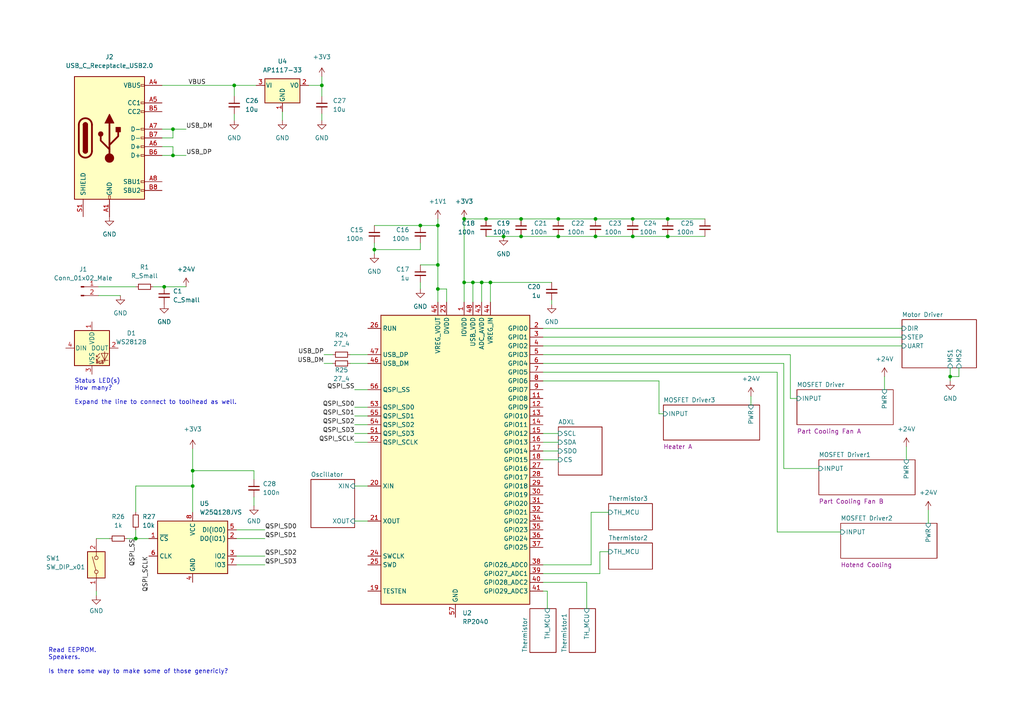
<source format=kicad_sch>
(kicad_sch (version 20211123) (generator eeschema)

  (uuid a1804576-19ed-42c2-8f01-095bfd1a1a4a)

  (paper "A4")

  (lib_symbols
    (symbol "+24V_1" (power) (pin_names (offset 0)) (in_bom yes) (on_board yes)
      (property "Reference" "#PWR" (id 0) (at 0 -3.81 0)
        (effects (font (size 1.27 1.27)) hide)
      )
      (property "Value" "+24V_1" (id 1) (at 0 3.556 0)
        (effects (font (size 1.27 1.27)))
      )
      (property "Footprint" "" (id 2) (at 0 0 0)
        (effects (font (size 1.27 1.27)) hide)
      )
      (property "Datasheet" "" (id 3) (at 0 0 0)
        (effects (font (size 1.27 1.27)) hide)
      )
      (property "ki_keywords" "global power" (id 4) (at 0 0 0)
        (effects (font (size 1.27 1.27)) hide)
      )
      (property "ki_description" "Power symbol creates a global label with name \"+24V\"" (id 5) (at 0 0 0)
        (effects (font (size 1.27 1.27)) hide)
      )
      (symbol "+24V_1_0_1"
        (polyline
          (pts
            (xy -0.762 1.27)
            (xy 0 2.54)
          )
          (stroke (width 0) (type default) (color 0 0 0 0))
          (fill (type none))
        )
        (polyline
          (pts
            (xy 0 0)
            (xy 0 2.54)
          )
          (stroke (width 0) (type default) (color 0 0 0 0))
          (fill (type none))
        )
        (polyline
          (pts
            (xy 0 2.54)
            (xy 0.762 1.27)
          )
          (stroke (width 0) (type default) (color 0 0 0 0))
          (fill (type none))
        )
      )
      (symbol "+24V_1_1_1"
        (pin power_in line (at 0 0 90) (length 0) hide
          (name "+24V" (effects (font (size 1.27 1.27))))
          (number "1" (effects (font (size 1.27 1.27))))
        )
      )
    )
    (symbol "Connector:Conn_01x02_Male" (pin_names (offset 1.016) hide) (in_bom yes) (on_board yes)
      (property "Reference" "J" (id 0) (at 0 2.54 0)
        (effects (font (size 1.27 1.27)))
      )
      (property "Value" "Conn_01x02_Male" (id 1) (at 0 -5.08 0)
        (effects (font (size 1.27 1.27)))
      )
      (property "Footprint" "" (id 2) (at 0 0 0)
        (effects (font (size 1.27 1.27)) hide)
      )
      (property "Datasheet" "~" (id 3) (at 0 0 0)
        (effects (font (size 1.27 1.27)) hide)
      )
      (property "ki_keywords" "connector" (id 4) (at 0 0 0)
        (effects (font (size 1.27 1.27)) hide)
      )
      (property "ki_description" "Generic connector, single row, 01x02, script generated (kicad-library-utils/schlib/autogen/connector/)" (id 5) (at 0 0 0)
        (effects (font (size 1.27 1.27)) hide)
      )
      (property "ki_fp_filters" "Connector*:*_1x??_*" (id 6) (at 0 0 0)
        (effects (font (size 1.27 1.27)) hide)
      )
      (symbol "Conn_01x02_Male_1_1"
        (polyline
          (pts
            (xy 1.27 -2.54)
            (xy 0.8636 -2.54)
          )
          (stroke (width 0.1524) (type default) (color 0 0 0 0))
          (fill (type none))
        )
        (polyline
          (pts
            (xy 1.27 0)
            (xy 0.8636 0)
          )
          (stroke (width 0.1524) (type default) (color 0 0 0 0))
          (fill (type none))
        )
        (rectangle (start 0.8636 -2.413) (end 0 -2.667)
          (stroke (width 0.1524) (type default) (color 0 0 0 0))
          (fill (type outline))
        )
        (rectangle (start 0.8636 0.127) (end 0 -0.127)
          (stroke (width 0.1524) (type default) (color 0 0 0 0))
          (fill (type outline))
        )
        (pin passive line (at 5.08 0 180) (length 3.81)
          (name "Pin_1" (effects (font (size 1.27 1.27))))
          (number "1" (effects (font (size 1.27 1.27))))
        )
        (pin passive line (at 5.08 -2.54 180) (length 3.81)
          (name "Pin_2" (effects (font (size 1.27 1.27))))
          (number "2" (effects (font (size 1.27 1.27))))
        )
      )
    )
    (symbol "Connector:USB_C_Receptacle_USB2.0" (pin_names (offset 1.016)) (in_bom yes) (on_board yes)
      (property "Reference" "J" (id 0) (at -10.16 19.05 0)
        (effects (font (size 1.27 1.27)) (justify left))
      )
      (property "Value" "USB_C_Receptacle_USB2.0" (id 1) (at 19.05 19.05 0)
        (effects (font (size 1.27 1.27)) (justify right))
      )
      (property "Footprint" "" (id 2) (at 3.81 0 0)
        (effects (font (size 1.27 1.27)) hide)
      )
      (property "Datasheet" "https://www.usb.org/sites/default/files/documents/usb_type-c.zip" (id 3) (at 3.81 0 0)
        (effects (font (size 1.27 1.27)) hide)
      )
      (property "ki_keywords" "usb universal serial bus type-C USB2.0" (id 4) (at 0 0 0)
        (effects (font (size 1.27 1.27)) hide)
      )
      (property "ki_description" "USB 2.0-only Type-C Receptacle connector" (id 5) (at 0 0 0)
        (effects (font (size 1.27 1.27)) hide)
      )
      (property "ki_fp_filters" "USB*C*Receptacle*" (id 6) (at 0 0 0)
        (effects (font (size 1.27 1.27)) hide)
      )
      (symbol "USB_C_Receptacle_USB2.0_0_0"
        (rectangle (start -0.254 -17.78) (end 0.254 -16.764)
          (stroke (width 0) (type default) (color 0 0 0 0))
          (fill (type none))
        )
        (rectangle (start 10.16 -14.986) (end 9.144 -15.494)
          (stroke (width 0) (type default) (color 0 0 0 0))
          (fill (type none))
        )
        (rectangle (start 10.16 -12.446) (end 9.144 -12.954)
          (stroke (width 0) (type default) (color 0 0 0 0))
          (fill (type none))
        )
        (rectangle (start 10.16 -4.826) (end 9.144 -5.334)
          (stroke (width 0) (type default) (color 0 0 0 0))
          (fill (type none))
        )
        (rectangle (start 10.16 -2.286) (end 9.144 -2.794)
          (stroke (width 0) (type default) (color 0 0 0 0))
          (fill (type none))
        )
        (rectangle (start 10.16 0.254) (end 9.144 -0.254)
          (stroke (width 0) (type default) (color 0 0 0 0))
          (fill (type none))
        )
        (rectangle (start 10.16 2.794) (end 9.144 2.286)
          (stroke (width 0) (type default) (color 0 0 0 0))
          (fill (type none))
        )
        (rectangle (start 10.16 7.874) (end 9.144 7.366)
          (stroke (width 0) (type default) (color 0 0 0 0))
          (fill (type none))
        )
        (rectangle (start 10.16 10.414) (end 9.144 9.906)
          (stroke (width 0) (type default) (color 0 0 0 0))
          (fill (type none))
        )
        (rectangle (start 10.16 15.494) (end 9.144 14.986)
          (stroke (width 0) (type default) (color 0 0 0 0))
          (fill (type none))
        )
      )
      (symbol "USB_C_Receptacle_USB2.0_0_1"
        (rectangle (start -10.16 17.78) (end 10.16 -17.78)
          (stroke (width 0.254) (type default) (color 0 0 0 0))
          (fill (type background))
        )
        (arc (start -8.89 -3.81) (mid -6.985 -5.715) (end -5.08 -3.81)
          (stroke (width 0.508) (type default) (color 0 0 0 0))
          (fill (type none))
        )
        (arc (start -7.62 -3.81) (mid -6.985 -4.445) (end -6.35 -3.81)
          (stroke (width 0.254) (type default) (color 0 0 0 0))
          (fill (type none))
        )
        (arc (start -7.62 -3.81) (mid -6.985 -4.445) (end -6.35 -3.81)
          (stroke (width 0.254) (type default) (color 0 0 0 0))
          (fill (type outline))
        )
        (rectangle (start -7.62 -3.81) (end -6.35 3.81)
          (stroke (width 0.254) (type default) (color 0 0 0 0))
          (fill (type outline))
        )
        (arc (start -6.35 3.81) (mid -6.985 4.445) (end -7.62 3.81)
          (stroke (width 0.254) (type default) (color 0 0 0 0))
          (fill (type none))
        )
        (arc (start -6.35 3.81) (mid -6.985 4.445) (end -7.62 3.81)
          (stroke (width 0.254) (type default) (color 0 0 0 0))
          (fill (type outline))
        )
        (arc (start -5.08 3.81) (mid -6.985 5.715) (end -8.89 3.81)
          (stroke (width 0.508) (type default) (color 0 0 0 0))
          (fill (type none))
        )
        (circle (center -2.54 1.143) (radius 0.635)
          (stroke (width 0.254) (type default) (color 0 0 0 0))
          (fill (type outline))
        )
        (circle (center 0 -5.842) (radius 1.27)
          (stroke (width 0) (type default) (color 0 0 0 0))
          (fill (type outline))
        )
        (polyline
          (pts
            (xy -8.89 -3.81)
            (xy -8.89 3.81)
          )
          (stroke (width 0.508) (type default) (color 0 0 0 0))
          (fill (type none))
        )
        (polyline
          (pts
            (xy -5.08 3.81)
            (xy -5.08 -3.81)
          )
          (stroke (width 0.508) (type default) (color 0 0 0 0))
          (fill (type none))
        )
        (polyline
          (pts
            (xy 0 -5.842)
            (xy 0 4.318)
          )
          (stroke (width 0.508) (type default) (color 0 0 0 0))
          (fill (type none))
        )
        (polyline
          (pts
            (xy 0 -3.302)
            (xy -2.54 -0.762)
            (xy -2.54 0.508)
          )
          (stroke (width 0.508) (type default) (color 0 0 0 0))
          (fill (type none))
        )
        (polyline
          (pts
            (xy 0 -2.032)
            (xy 2.54 0.508)
            (xy 2.54 1.778)
          )
          (stroke (width 0.508) (type default) (color 0 0 0 0))
          (fill (type none))
        )
        (polyline
          (pts
            (xy -1.27 4.318)
            (xy 0 6.858)
            (xy 1.27 4.318)
            (xy -1.27 4.318)
          )
          (stroke (width 0.254) (type default) (color 0 0 0 0))
          (fill (type outline))
        )
        (rectangle (start 1.905 1.778) (end 3.175 3.048)
          (stroke (width 0.254) (type default) (color 0 0 0 0))
          (fill (type outline))
        )
      )
      (symbol "USB_C_Receptacle_USB2.0_1_1"
        (pin passive line (at 0 -22.86 90) (length 5.08)
          (name "GND" (effects (font (size 1.27 1.27))))
          (number "A1" (effects (font (size 1.27 1.27))))
        )
        (pin passive line (at 0 -22.86 90) (length 5.08) hide
          (name "GND" (effects (font (size 1.27 1.27))))
          (number "A12" (effects (font (size 1.27 1.27))))
        )
        (pin passive line (at 15.24 15.24 180) (length 5.08)
          (name "VBUS" (effects (font (size 1.27 1.27))))
          (number "A4" (effects (font (size 1.27 1.27))))
        )
        (pin bidirectional line (at 15.24 10.16 180) (length 5.08)
          (name "CC1" (effects (font (size 1.27 1.27))))
          (number "A5" (effects (font (size 1.27 1.27))))
        )
        (pin bidirectional line (at 15.24 -2.54 180) (length 5.08)
          (name "D+" (effects (font (size 1.27 1.27))))
          (number "A6" (effects (font (size 1.27 1.27))))
        )
        (pin bidirectional line (at 15.24 2.54 180) (length 5.08)
          (name "D-" (effects (font (size 1.27 1.27))))
          (number "A7" (effects (font (size 1.27 1.27))))
        )
        (pin bidirectional line (at 15.24 -12.7 180) (length 5.08)
          (name "SBU1" (effects (font (size 1.27 1.27))))
          (number "A8" (effects (font (size 1.27 1.27))))
        )
        (pin passive line (at 15.24 15.24 180) (length 5.08) hide
          (name "VBUS" (effects (font (size 1.27 1.27))))
          (number "A9" (effects (font (size 1.27 1.27))))
        )
        (pin passive line (at 0 -22.86 90) (length 5.08) hide
          (name "GND" (effects (font (size 1.27 1.27))))
          (number "B1" (effects (font (size 1.27 1.27))))
        )
        (pin passive line (at 0 -22.86 90) (length 5.08) hide
          (name "GND" (effects (font (size 1.27 1.27))))
          (number "B12" (effects (font (size 1.27 1.27))))
        )
        (pin passive line (at 15.24 15.24 180) (length 5.08) hide
          (name "VBUS" (effects (font (size 1.27 1.27))))
          (number "B4" (effects (font (size 1.27 1.27))))
        )
        (pin bidirectional line (at 15.24 7.62 180) (length 5.08)
          (name "CC2" (effects (font (size 1.27 1.27))))
          (number "B5" (effects (font (size 1.27 1.27))))
        )
        (pin bidirectional line (at 15.24 -5.08 180) (length 5.08)
          (name "D+" (effects (font (size 1.27 1.27))))
          (number "B6" (effects (font (size 1.27 1.27))))
        )
        (pin bidirectional line (at 15.24 0 180) (length 5.08)
          (name "D-" (effects (font (size 1.27 1.27))))
          (number "B7" (effects (font (size 1.27 1.27))))
        )
        (pin bidirectional line (at 15.24 -15.24 180) (length 5.08)
          (name "SBU2" (effects (font (size 1.27 1.27))))
          (number "B8" (effects (font (size 1.27 1.27))))
        )
        (pin passive line (at 15.24 15.24 180) (length 5.08) hide
          (name "VBUS" (effects (font (size 1.27 1.27))))
          (number "B9" (effects (font (size 1.27 1.27))))
        )
        (pin passive line (at -7.62 -22.86 90) (length 5.08)
          (name "SHIELD" (effects (font (size 1.27 1.27))))
          (number "S1" (effects (font (size 1.27 1.27))))
        )
      )
    )
    (symbol "Device:C_Small" (pin_numbers hide) (pin_names (offset 0.254) hide) (in_bom yes) (on_board yes)
      (property "Reference" "C" (id 0) (at 0.254 1.778 0)
        (effects (font (size 1.27 1.27)) (justify left))
      )
      (property "Value" "C_Small" (id 1) (at 0.254 -2.032 0)
        (effects (font (size 1.27 1.27)) (justify left))
      )
      (property "Footprint" "" (id 2) (at 0 0 0)
        (effects (font (size 1.27 1.27)) hide)
      )
      (property "Datasheet" "~" (id 3) (at 0 0 0)
        (effects (font (size 1.27 1.27)) hide)
      )
      (property "ki_keywords" "capacitor cap" (id 4) (at 0 0 0)
        (effects (font (size 1.27 1.27)) hide)
      )
      (property "ki_description" "Unpolarized capacitor, small symbol" (id 5) (at 0 0 0)
        (effects (font (size 1.27 1.27)) hide)
      )
      (property "ki_fp_filters" "C_*" (id 6) (at 0 0 0)
        (effects (font (size 1.27 1.27)) hide)
      )
      (symbol "C_Small_0_1"
        (polyline
          (pts
            (xy -1.524 -0.508)
            (xy 1.524 -0.508)
          )
          (stroke (width 0.3302) (type default) (color 0 0 0 0))
          (fill (type none))
        )
        (polyline
          (pts
            (xy -1.524 0.508)
            (xy 1.524 0.508)
          )
          (stroke (width 0.3048) (type default) (color 0 0 0 0))
          (fill (type none))
        )
      )
      (symbol "C_Small_1_1"
        (pin passive line (at 0 2.54 270) (length 2.032)
          (name "~" (effects (font (size 1.27 1.27))))
          (number "1" (effects (font (size 1.27 1.27))))
        )
        (pin passive line (at 0 -2.54 90) (length 2.032)
          (name "~" (effects (font (size 1.27 1.27))))
          (number "2" (effects (font (size 1.27 1.27))))
        )
      )
    )
    (symbol "Device:R_Small" (pin_numbers hide) (pin_names (offset 0.254) hide) (in_bom yes) (on_board yes)
      (property "Reference" "R" (id 0) (at 0.762 0.508 0)
        (effects (font (size 1.27 1.27)) (justify left))
      )
      (property "Value" "R_Small" (id 1) (at 0.762 -1.016 0)
        (effects (font (size 1.27 1.27)) (justify left))
      )
      (property "Footprint" "" (id 2) (at 0 0 0)
        (effects (font (size 1.27 1.27)) hide)
      )
      (property "Datasheet" "~" (id 3) (at 0 0 0)
        (effects (font (size 1.27 1.27)) hide)
      )
      (property "ki_keywords" "R resistor" (id 4) (at 0 0 0)
        (effects (font (size 1.27 1.27)) hide)
      )
      (property "ki_description" "Resistor, small symbol" (id 5) (at 0 0 0)
        (effects (font (size 1.27 1.27)) hide)
      )
      (property "ki_fp_filters" "R_*" (id 6) (at 0 0 0)
        (effects (font (size 1.27 1.27)) hide)
      )
      (symbol "R_Small_0_1"
        (rectangle (start -0.762 1.778) (end 0.762 -1.778)
          (stroke (width 0.2032) (type default) (color 0 0 0 0))
          (fill (type none))
        )
      )
      (symbol "R_Small_1_1"
        (pin passive line (at 0 2.54 270) (length 0.762)
          (name "~" (effects (font (size 1.27 1.27))))
          (number "1" (effects (font (size 1.27 1.27))))
        )
        (pin passive line (at 0 -2.54 90) (length 0.762)
          (name "~" (effects (font (size 1.27 1.27))))
          (number "2" (effects (font (size 1.27 1.27))))
        )
      )
    )
    (symbol "GND_1" (power) (pin_names (offset 0)) (in_bom yes) (on_board yes)
      (property "Reference" "#PWR" (id 0) (at 0 -6.35 0)
        (effects (font (size 1.27 1.27)) hide)
      )
      (property "Value" "GND_1" (id 1) (at 0 -3.81 0)
        (effects (font (size 1.27 1.27)))
      )
      (property "Footprint" "" (id 2) (at 0 0 0)
        (effects (font (size 1.27 1.27)) hide)
      )
      (property "Datasheet" "" (id 3) (at 0 0 0)
        (effects (font (size 1.27 1.27)) hide)
      )
      (property "ki_keywords" "global power" (id 4) (at 0 0 0)
        (effects (font (size 1.27 1.27)) hide)
      )
      (property "ki_description" "Power symbol creates a global label with name \"GND\" , ground" (id 5) (at 0 0 0)
        (effects (font (size 1.27 1.27)) hide)
      )
      (symbol "GND_1_0_1"
        (polyline
          (pts
            (xy 0 0)
            (xy 0 -1.27)
            (xy 1.27 -1.27)
            (xy 0 -2.54)
            (xy -1.27 -1.27)
            (xy 0 -1.27)
          )
          (stroke (width 0) (type default) (color 0 0 0 0))
          (fill (type none))
        )
      )
      (symbol "GND_1_1_1"
        (pin power_in line (at 0 0 270) (length 0) hide
          (name "GND" (effects (font (size 1.27 1.27))))
          (number "1" (effects (font (size 1.27 1.27))))
        )
      )
    )
    (symbol "LED:WS2812B" (pin_names (offset 0.254)) (in_bom yes) (on_board yes)
      (property "Reference" "D" (id 0) (at 5.08 5.715 0)
        (effects (font (size 1.27 1.27)) (justify right bottom))
      )
      (property "Value" "WS2812B" (id 1) (at 1.27 -5.715 0)
        (effects (font (size 1.27 1.27)) (justify left top))
      )
      (property "Footprint" "LED_SMD:LED_WS2812B_PLCC4_5.0x5.0mm_P3.2mm" (id 2) (at 1.27 -7.62 0)
        (effects (font (size 1.27 1.27)) (justify left top) hide)
      )
      (property "Datasheet" "https://cdn-shop.adafruit.com/datasheets/WS2812B.pdf" (id 3) (at 2.54 -9.525 0)
        (effects (font (size 1.27 1.27)) (justify left top) hide)
      )
      (property "ki_keywords" "RGB LED NeoPixel addressable" (id 4) (at 0 0 0)
        (effects (font (size 1.27 1.27)) hide)
      )
      (property "ki_description" "RGB LED with integrated controller" (id 5) (at 0 0 0)
        (effects (font (size 1.27 1.27)) hide)
      )
      (property "ki_fp_filters" "LED*WS2812*PLCC*5.0x5.0mm*P3.2mm*" (id 6) (at 0 0 0)
        (effects (font (size 1.27 1.27)) hide)
      )
      (symbol "WS2812B_0_0"
        (text "RGB" (at 2.286 -4.191 0)
          (effects (font (size 0.762 0.762)))
        )
      )
      (symbol "WS2812B_0_1"
        (polyline
          (pts
            (xy 1.27 -3.556)
            (xy 1.778 -3.556)
          )
          (stroke (width 0) (type default) (color 0 0 0 0))
          (fill (type none))
        )
        (polyline
          (pts
            (xy 1.27 -2.54)
            (xy 1.778 -2.54)
          )
          (stroke (width 0) (type default) (color 0 0 0 0))
          (fill (type none))
        )
        (polyline
          (pts
            (xy 4.699 -3.556)
            (xy 2.667 -3.556)
          )
          (stroke (width 0) (type default) (color 0 0 0 0))
          (fill (type none))
        )
        (polyline
          (pts
            (xy 2.286 -2.54)
            (xy 1.27 -3.556)
            (xy 1.27 -3.048)
          )
          (stroke (width 0) (type default) (color 0 0 0 0))
          (fill (type none))
        )
        (polyline
          (pts
            (xy 2.286 -1.524)
            (xy 1.27 -2.54)
            (xy 1.27 -2.032)
          )
          (stroke (width 0) (type default) (color 0 0 0 0))
          (fill (type none))
        )
        (polyline
          (pts
            (xy 3.683 -1.016)
            (xy 3.683 -3.556)
            (xy 3.683 -4.064)
          )
          (stroke (width 0) (type default) (color 0 0 0 0))
          (fill (type none))
        )
        (polyline
          (pts
            (xy 4.699 -1.524)
            (xy 2.667 -1.524)
            (xy 3.683 -3.556)
            (xy 4.699 -1.524)
          )
          (stroke (width 0) (type default) (color 0 0 0 0))
          (fill (type none))
        )
        (rectangle (start 5.08 5.08) (end -5.08 -5.08)
          (stroke (width 0.254) (type default) (color 0 0 0 0))
          (fill (type background))
        )
      )
      (symbol "WS2812B_1_1"
        (pin power_in line (at 0 7.62 270) (length 2.54)
          (name "VDD" (effects (font (size 1.27 1.27))))
          (number "1" (effects (font (size 1.27 1.27))))
        )
        (pin output line (at 7.62 0 180) (length 2.54)
          (name "DOUT" (effects (font (size 1.27 1.27))))
          (number "2" (effects (font (size 1.27 1.27))))
        )
        (pin power_in line (at 0 -7.62 90) (length 2.54)
          (name "VSS" (effects (font (size 1.27 1.27))))
          (number "3" (effects (font (size 1.27 1.27))))
        )
        (pin input line (at -7.62 0 0) (length 2.54)
          (name "DIN" (effects (font (size 1.27 1.27))))
          (number "4" (effects (font (size 1.27 1.27))))
        )
      )
    )
    (symbol "MCU_RaspberryPi:RP2040" (in_bom yes) (on_board yes)
      (property "Reference" "U" (id 0) (at 17.78 45.72 0)
        (effects (font (size 1.27 1.27)))
      )
      (property "Value" "RP2040" (id 1) (at 17.78 43.18 0)
        (effects (font (size 1.27 1.27)))
      )
      (property "Footprint" "Package_DFN_QFN:QFN-56-1EP_7x7mm_P0.4mm_EP3.2x3.2mm" (id 2) (at 0 0 0)
        (effects (font (size 1.27 1.27)) hide)
      )
      (property "Datasheet" "https://datasheets.raspberrypi.com/rp2040/rp2040-datasheet.pdf" (id 3) (at 0 0 0)
        (effects (font (size 1.27 1.27)) hide)
      )
      (property "ki_keywords" "RP2040 ARM Cortex-M0+ USB" (id 4) (at 0 0 0)
        (effects (font (size 1.27 1.27)) hide)
      )
      (property "ki_description" "A microcontroller by Raspberry Pi" (id 5) (at 0 0 0)
        (effects (font (size 1.27 1.27)) hide)
      )
      (property "ki_fp_filters" "QFN*7x7mm?P0.4mm?EP3.2x3.2mm*" (id 6) (at 0 0 0)
        (effects (font (size 1.27 1.27)) hide)
      )
      (symbol "RP2040_0_1"
        (rectangle (start -21.59 41.91) (end 21.59 -41.91)
          (stroke (width 0.254) (type default) (color 0 0 0 0))
          (fill (type background))
        )
      )
      (symbol "RP2040_1_1"
        (pin power_in line (at 2.54 45.72 270) (length 3.81)
          (name "IOVDD" (effects (font (size 1.27 1.27))))
          (number "1" (effects (font (size 1.27 1.27))))
        )
        (pin passive line (at 2.54 45.72 270) (length 3.81) hide
          (name "IOVDD" (effects (font (size 1.27 1.27))))
          (number "10" (effects (font (size 1.27 1.27))))
        )
        (pin bidirectional line (at 25.4 17.78 180) (length 3.81)
          (name "GPIO8" (effects (font (size 1.27 1.27))))
          (number "11" (effects (font (size 1.27 1.27))))
        )
        (pin bidirectional line (at 25.4 15.24 180) (length 3.81)
          (name "GPIO9" (effects (font (size 1.27 1.27))))
          (number "12" (effects (font (size 1.27 1.27))))
        )
        (pin bidirectional line (at 25.4 12.7 180) (length 3.81)
          (name "GPIO10" (effects (font (size 1.27 1.27))))
          (number "13" (effects (font (size 1.27 1.27))))
        )
        (pin bidirectional line (at 25.4 10.16 180) (length 3.81)
          (name "GPIO11" (effects (font (size 1.27 1.27))))
          (number "14" (effects (font (size 1.27 1.27))))
        )
        (pin bidirectional line (at 25.4 7.62 180) (length 3.81)
          (name "GPIO12" (effects (font (size 1.27 1.27))))
          (number "15" (effects (font (size 1.27 1.27))))
        )
        (pin bidirectional line (at 25.4 5.08 180) (length 3.81)
          (name "GPIO13" (effects (font (size 1.27 1.27))))
          (number "16" (effects (font (size 1.27 1.27))))
        )
        (pin bidirectional line (at 25.4 2.54 180) (length 3.81)
          (name "GPIO14" (effects (font (size 1.27 1.27))))
          (number "17" (effects (font (size 1.27 1.27))))
        )
        (pin bidirectional line (at 25.4 0 180) (length 3.81)
          (name "GPIO15" (effects (font (size 1.27 1.27))))
          (number "18" (effects (font (size 1.27 1.27))))
        )
        (pin input line (at -25.4 -38.1 0) (length 3.81)
          (name "TESTEN" (effects (font (size 1.27 1.27))))
          (number "19" (effects (font (size 1.27 1.27))))
        )
        (pin bidirectional line (at 25.4 38.1 180) (length 3.81)
          (name "GPIO0" (effects (font (size 1.27 1.27))))
          (number "2" (effects (font (size 1.27 1.27))))
        )
        (pin input line (at -25.4 -7.62 0) (length 3.81)
          (name "XIN" (effects (font (size 1.27 1.27))))
          (number "20" (effects (font (size 1.27 1.27))))
        )
        (pin passive line (at -25.4 -17.78 0) (length 3.81)
          (name "XOUT" (effects (font (size 1.27 1.27))))
          (number "21" (effects (font (size 1.27 1.27))))
        )
        (pin passive line (at 2.54 45.72 270) (length 3.81) hide
          (name "IOVDD" (effects (font (size 1.27 1.27))))
          (number "22" (effects (font (size 1.27 1.27))))
        )
        (pin power_in line (at -2.54 45.72 270) (length 3.81)
          (name "DVDD" (effects (font (size 1.27 1.27))))
          (number "23" (effects (font (size 1.27 1.27))))
        )
        (pin output line (at -25.4 -27.94 0) (length 3.81)
          (name "SWCLK" (effects (font (size 1.27 1.27))))
          (number "24" (effects (font (size 1.27 1.27))))
        )
        (pin bidirectional line (at -25.4 -30.48 0) (length 3.81)
          (name "SWD" (effects (font (size 1.27 1.27))))
          (number "25" (effects (font (size 1.27 1.27))))
        )
        (pin input line (at -25.4 38.1 0) (length 3.81)
          (name "RUN" (effects (font (size 1.27 1.27))))
          (number "26" (effects (font (size 1.27 1.27))))
        )
        (pin bidirectional line (at 25.4 -2.54 180) (length 3.81)
          (name "GPIO16" (effects (font (size 1.27 1.27))))
          (number "27" (effects (font (size 1.27 1.27))))
        )
        (pin bidirectional line (at 25.4 -5.08 180) (length 3.81)
          (name "GPIO17" (effects (font (size 1.27 1.27))))
          (number "28" (effects (font (size 1.27 1.27))))
        )
        (pin bidirectional line (at 25.4 -7.62 180) (length 3.81)
          (name "GPIO18" (effects (font (size 1.27 1.27))))
          (number "29" (effects (font (size 1.27 1.27))))
        )
        (pin bidirectional line (at 25.4 35.56 180) (length 3.81)
          (name "GPIO1" (effects (font (size 1.27 1.27))))
          (number "3" (effects (font (size 1.27 1.27))))
        )
        (pin bidirectional line (at 25.4 -10.16 180) (length 3.81)
          (name "GPIO19" (effects (font (size 1.27 1.27))))
          (number "30" (effects (font (size 1.27 1.27))))
        )
        (pin bidirectional line (at 25.4 -12.7 180) (length 3.81)
          (name "GPIO20" (effects (font (size 1.27 1.27))))
          (number "31" (effects (font (size 1.27 1.27))))
        )
        (pin bidirectional line (at 25.4 -15.24 180) (length 3.81)
          (name "GPIO21" (effects (font (size 1.27 1.27))))
          (number "32" (effects (font (size 1.27 1.27))))
        )
        (pin passive line (at 2.54 45.72 270) (length 3.81) hide
          (name "IOVDD" (effects (font (size 1.27 1.27))))
          (number "33" (effects (font (size 1.27 1.27))))
        )
        (pin bidirectional line (at 25.4 -17.78 180) (length 3.81)
          (name "GPIO22" (effects (font (size 1.27 1.27))))
          (number "34" (effects (font (size 1.27 1.27))))
        )
        (pin bidirectional line (at 25.4 -20.32 180) (length 3.81)
          (name "GPIO23" (effects (font (size 1.27 1.27))))
          (number "35" (effects (font (size 1.27 1.27))))
        )
        (pin bidirectional line (at 25.4 -22.86 180) (length 3.81)
          (name "GPIO24" (effects (font (size 1.27 1.27))))
          (number "36" (effects (font (size 1.27 1.27))))
        )
        (pin bidirectional line (at 25.4 -25.4 180) (length 3.81)
          (name "GPIO25" (effects (font (size 1.27 1.27))))
          (number "37" (effects (font (size 1.27 1.27))))
        )
        (pin bidirectional line (at 25.4 -30.48 180) (length 3.81)
          (name "GPIO26_ADC0" (effects (font (size 1.27 1.27))))
          (number "38" (effects (font (size 1.27 1.27))))
        )
        (pin bidirectional line (at 25.4 -33.02 180) (length 3.81)
          (name "GPIO27_ADC1" (effects (font (size 1.27 1.27))))
          (number "39" (effects (font (size 1.27 1.27))))
        )
        (pin bidirectional line (at 25.4 33.02 180) (length 3.81)
          (name "GPIO2" (effects (font (size 1.27 1.27))))
          (number "4" (effects (font (size 1.27 1.27))))
        )
        (pin bidirectional line (at 25.4 -35.56 180) (length 3.81)
          (name "GPIO28_ADC2" (effects (font (size 1.27 1.27))))
          (number "40" (effects (font (size 1.27 1.27))))
        )
        (pin bidirectional line (at 25.4 -38.1 180) (length 3.81)
          (name "GPIO29_ADC3" (effects (font (size 1.27 1.27))))
          (number "41" (effects (font (size 1.27 1.27))))
        )
        (pin passive line (at 2.54 45.72 270) (length 3.81) hide
          (name "IOVDD" (effects (font (size 1.27 1.27))))
          (number "42" (effects (font (size 1.27 1.27))))
        )
        (pin power_in line (at 7.62 45.72 270) (length 3.81)
          (name "ADC_AVDD" (effects (font (size 1.27 1.27))))
          (number "43" (effects (font (size 1.27 1.27))))
        )
        (pin power_in line (at 10.16 45.72 270) (length 3.81)
          (name "VREG_IN" (effects (font (size 1.27 1.27))))
          (number "44" (effects (font (size 1.27 1.27))))
        )
        (pin power_out line (at -5.08 45.72 270) (length 3.81)
          (name "VREG_VOUT" (effects (font (size 1.27 1.27))))
          (number "45" (effects (font (size 1.27 1.27))))
        )
        (pin bidirectional line (at -25.4 27.94 0) (length 3.81)
          (name "USB_DM" (effects (font (size 1.27 1.27))))
          (number "46" (effects (font (size 1.27 1.27))))
        )
        (pin bidirectional line (at -25.4 30.48 0) (length 3.81)
          (name "USB_DP" (effects (font (size 1.27 1.27))))
          (number "47" (effects (font (size 1.27 1.27))))
        )
        (pin power_in line (at 5.08 45.72 270) (length 3.81)
          (name "USB_VDD" (effects (font (size 1.27 1.27))))
          (number "48" (effects (font (size 1.27 1.27))))
        )
        (pin passive line (at 2.54 45.72 270) (length 3.81) hide
          (name "IOVDD" (effects (font (size 1.27 1.27))))
          (number "49" (effects (font (size 1.27 1.27))))
        )
        (pin bidirectional line (at 25.4 30.48 180) (length 3.81)
          (name "GPIO3" (effects (font (size 1.27 1.27))))
          (number "5" (effects (font (size 1.27 1.27))))
        )
        (pin passive line (at -2.54 45.72 270) (length 3.81) hide
          (name "DVDD" (effects (font (size 1.27 1.27))))
          (number "50" (effects (font (size 1.27 1.27))))
        )
        (pin bidirectional line (at -25.4 7.62 0) (length 3.81)
          (name "QSPI_SD3" (effects (font (size 1.27 1.27))))
          (number "51" (effects (font (size 1.27 1.27))))
        )
        (pin output line (at -25.4 5.08 0) (length 3.81)
          (name "QSPI_SCLK" (effects (font (size 1.27 1.27))))
          (number "52" (effects (font (size 1.27 1.27))))
        )
        (pin bidirectional line (at -25.4 15.24 0) (length 3.81)
          (name "QSPI_SD0" (effects (font (size 1.27 1.27))))
          (number "53" (effects (font (size 1.27 1.27))))
        )
        (pin bidirectional line (at -25.4 10.16 0) (length 3.81)
          (name "QSPI_SD2" (effects (font (size 1.27 1.27))))
          (number "54" (effects (font (size 1.27 1.27))))
        )
        (pin bidirectional line (at -25.4 12.7 0) (length 3.81)
          (name "QSPI_SD1" (effects (font (size 1.27 1.27))))
          (number "55" (effects (font (size 1.27 1.27))))
        )
        (pin bidirectional line (at -25.4 20.32 0) (length 3.81)
          (name "QSPI_SS" (effects (font (size 1.27 1.27))))
          (number "56" (effects (font (size 1.27 1.27))))
        )
        (pin power_in line (at 0 -45.72 90) (length 3.81)
          (name "GND" (effects (font (size 1.27 1.27))))
          (number "57" (effects (font (size 1.27 1.27))))
        )
        (pin bidirectional line (at 25.4 27.94 180) (length 3.81)
          (name "GPIO4" (effects (font (size 1.27 1.27))))
          (number "6" (effects (font (size 1.27 1.27))))
        )
        (pin bidirectional line (at 25.4 25.4 180) (length 3.81)
          (name "GPIO5" (effects (font (size 1.27 1.27))))
          (number "7" (effects (font (size 1.27 1.27))))
        )
        (pin bidirectional line (at 25.4 22.86 180) (length 3.81)
          (name "GPIO6" (effects (font (size 1.27 1.27))))
          (number "8" (effects (font (size 1.27 1.27))))
        )
        (pin bidirectional line (at 25.4 20.32 180) (length 3.81)
          (name "GPIO7" (effects (font (size 1.27 1.27))))
          (number "9" (effects (font (size 1.27 1.27))))
        )
      )
    )
    (symbol "Memory_Flash:W25Q128JVS" (in_bom yes) (on_board yes)
      (property "Reference" "U" (id 0) (at -8.89 8.89 0)
        (effects (font (size 1.27 1.27)))
      )
      (property "Value" "W25Q128JVS" (id 1) (at 7.62 8.89 0)
        (effects (font (size 1.27 1.27)))
      )
      (property "Footprint" "Package_SO:SOIC-8_5.23x5.23mm_P1.27mm" (id 2) (at 0 0 0)
        (effects (font (size 1.27 1.27)) hide)
      )
      (property "Datasheet" "http://www.winbond.com/resource-files/w25q128jv_dtr%20revc%2003272018%20plus.pdf" (id 3) (at 0 0 0)
        (effects (font (size 1.27 1.27)) hide)
      )
      (property "ki_keywords" "flash memory SPI QPI DTR" (id 4) (at 0 0 0)
        (effects (font (size 1.27 1.27)) hide)
      )
      (property "ki_description" "128Mb Serial Flash Memory, Standard/Dual/Quad SPI, SOIC-8" (id 5) (at 0 0 0)
        (effects (font (size 1.27 1.27)) hide)
      )
      (property "ki_fp_filters" "SOIC*5.23x5.23mm*P1.27mm*" (id 6) (at 0 0 0)
        (effects (font (size 1.27 1.27)) hide)
      )
      (symbol "W25Q128JVS_0_1"
        (rectangle (start -10.16 7.62) (end 10.16 -7.62)
          (stroke (width 0.254) (type default) (color 0 0 0 0))
          (fill (type background))
        )
      )
      (symbol "W25Q128JVS_1_1"
        (pin input line (at -12.7 2.54 0) (length 2.54)
          (name "~{CS}" (effects (font (size 1.27 1.27))))
          (number "1" (effects (font (size 1.27 1.27))))
        )
        (pin bidirectional line (at 12.7 2.54 180) (length 2.54)
          (name "DO(IO1)" (effects (font (size 1.27 1.27))))
          (number "2" (effects (font (size 1.27 1.27))))
        )
        (pin bidirectional line (at 12.7 -2.54 180) (length 2.54)
          (name "IO2" (effects (font (size 1.27 1.27))))
          (number "3" (effects (font (size 1.27 1.27))))
        )
        (pin power_in line (at 0 -10.16 90) (length 2.54)
          (name "GND" (effects (font (size 1.27 1.27))))
          (number "4" (effects (font (size 1.27 1.27))))
        )
        (pin bidirectional line (at 12.7 5.08 180) (length 2.54)
          (name "DI(IO0)" (effects (font (size 1.27 1.27))))
          (number "5" (effects (font (size 1.27 1.27))))
        )
        (pin input line (at -12.7 -2.54 0) (length 2.54)
          (name "CLK" (effects (font (size 1.27 1.27))))
          (number "6" (effects (font (size 1.27 1.27))))
        )
        (pin bidirectional line (at 12.7 -5.08 180) (length 2.54)
          (name "IO3" (effects (font (size 1.27 1.27))))
          (number "7" (effects (font (size 1.27 1.27))))
        )
        (pin power_in line (at 0 10.16 270) (length 2.54)
          (name "VCC" (effects (font (size 1.27 1.27))))
          (number "8" (effects (font (size 1.27 1.27))))
        )
      )
    )
    (symbol "Regulator_Linear:AP1117-33" (pin_names (offset 0.254)) (in_bom yes) (on_board yes)
      (property "Reference" "U" (id 0) (at -3.81 3.175 0)
        (effects (font (size 1.27 1.27)))
      )
      (property "Value" "AP1117-33" (id 1) (at 0 3.175 0)
        (effects (font (size 1.27 1.27)) (justify left))
      )
      (property "Footprint" "Package_TO_SOT_SMD:SOT-223-3_TabPin2" (id 2) (at 0 5.08 0)
        (effects (font (size 1.27 1.27)) hide)
      )
      (property "Datasheet" "http://www.diodes.com/datasheets/AP1117.pdf" (id 3) (at 2.54 -6.35 0)
        (effects (font (size 1.27 1.27)) hide)
      )
      (property "ki_keywords" "linear regulator ldo fixed positive obsolete" (id 4) (at 0 0 0)
        (effects (font (size 1.27 1.27)) hide)
      )
      (property "ki_description" "1A Low Dropout regulator, positive, 3.3V fixed output, SOT-223" (id 5) (at 0 0 0)
        (effects (font (size 1.27 1.27)) hide)
      )
      (property "ki_fp_filters" "SOT?223*TabPin2*" (id 6) (at 0 0 0)
        (effects (font (size 1.27 1.27)) hide)
      )
      (symbol "AP1117-33_0_1"
        (rectangle (start -5.08 -5.08) (end 5.08 1.905)
          (stroke (width 0.254) (type default) (color 0 0 0 0))
          (fill (type background))
        )
      )
      (symbol "AP1117-33_1_1"
        (pin power_in line (at 0 -7.62 90) (length 2.54)
          (name "GND" (effects (font (size 1.27 1.27))))
          (number "1" (effects (font (size 1.27 1.27))))
        )
        (pin power_out line (at 7.62 0 180) (length 2.54)
          (name "VO" (effects (font (size 1.27 1.27))))
          (number "2" (effects (font (size 1.27 1.27))))
        )
        (pin power_in line (at -7.62 0 0) (length 2.54)
          (name "VI" (effects (font (size 1.27 1.27))))
          (number "3" (effects (font (size 1.27 1.27))))
        )
      )
    )
    (symbol "Switch:SW_DIP_x01" (pin_names (offset 0) hide) (in_bom yes) (on_board yes)
      (property "Reference" "SW" (id 0) (at 0 3.81 0)
        (effects (font (size 1.27 1.27)))
      )
      (property "Value" "SW_DIP_x01" (id 1) (at 0 -3.81 0)
        (effects (font (size 1.27 1.27)))
      )
      (property "Footprint" "" (id 2) (at 0 0 0)
        (effects (font (size 1.27 1.27)) hide)
      )
      (property "Datasheet" "~" (id 3) (at 0 0 0)
        (effects (font (size 1.27 1.27)) hide)
      )
      (property "ki_keywords" "dip switch" (id 4) (at 0 0 0)
        (effects (font (size 1.27 1.27)) hide)
      )
      (property "ki_description" "1x DIP Switch, Single Pole Single Throw (SPST) switch, small symbol" (id 5) (at 0 0 0)
        (effects (font (size 1.27 1.27)) hide)
      )
      (property "ki_fp_filters" "SW?DIP?x1*" (id 6) (at 0 0 0)
        (effects (font (size 1.27 1.27)) hide)
      )
      (symbol "SW_DIP_x01_0_0"
        (circle (center -2.032 0) (radius 0.508)
          (stroke (width 0) (type default) (color 0 0 0 0))
          (fill (type none))
        )
        (polyline
          (pts
            (xy -1.524 0.127)
            (xy 2.3622 1.1684)
          )
          (stroke (width 0) (type default) (color 0 0 0 0))
          (fill (type none))
        )
        (circle (center 2.032 0) (radius 0.508)
          (stroke (width 0) (type default) (color 0 0 0 0))
          (fill (type none))
        )
      )
      (symbol "SW_DIP_x01_0_1"
        (rectangle (start -3.81 2.54) (end 3.81 -2.54)
          (stroke (width 0.254) (type default) (color 0 0 0 0))
          (fill (type background))
        )
      )
      (symbol "SW_DIP_x01_1_1"
        (pin passive line (at -7.62 0 0) (length 5.08)
          (name "~" (effects (font (size 1.27 1.27))))
          (number "1" (effects (font (size 1.27 1.27))))
        )
        (pin passive line (at 7.62 0 180) (length 5.08)
          (name "~" (effects (font (size 1.27 1.27))))
          (number "2" (effects (font (size 1.27 1.27))))
        )
      )
    )
    (symbol "power:+1V1" (power) (pin_names (offset 0)) (in_bom yes) (on_board yes)
      (property "Reference" "#PWR" (id 0) (at 0 -3.81 0)
        (effects (font (size 1.27 1.27)) hide)
      )
      (property "Value" "+1V1" (id 1) (at 0 3.556 0)
        (effects (font (size 1.27 1.27)))
      )
      (property "Footprint" "" (id 2) (at 0 0 0)
        (effects (font (size 1.27 1.27)) hide)
      )
      (property "Datasheet" "" (id 3) (at 0 0 0)
        (effects (font (size 1.27 1.27)) hide)
      )
      (property "ki_keywords" "power-flag" (id 4) (at 0 0 0)
        (effects (font (size 1.27 1.27)) hide)
      )
      (property "ki_description" "Power symbol creates a global label with name \"+1V1\"" (id 5) (at 0 0 0)
        (effects (font (size 1.27 1.27)) hide)
      )
      (symbol "+1V1_0_1"
        (polyline
          (pts
            (xy -0.762 1.27)
            (xy 0 2.54)
          )
          (stroke (width 0) (type default) (color 0 0 0 0))
          (fill (type none))
        )
        (polyline
          (pts
            (xy 0 0)
            (xy 0 2.54)
          )
          (stroke (width 0) (type default) (color 0 0 0 0))
          (fill (type none))
        )
        (polyline
          (pts
            (xy 0 2.54)
            (xy 0.762 1.27)
          )
          (stroke (width 0) (type default) (color 0 0 0 0))
          (fill (type none))
        )
      )
      (symbol "+1V1_1_1"
        (pin power_in line (at 0 0 90) (length 0) hide
          (name "+1V1" (effects (font (size 1.27 1.27))))
          (number "1" (effects (font (size 1.27 1.27))))
        )
      )
    )
    (symbol "power:+24V" (power) (pin_names (offset 0)) (in_bom yes) (on_board yes)
      (property "Reference" "#PWR" (id 0) (at 0 -3.81 0)
        (effects (font (size 1.27 1.27)) hide)
      )
      (property "Value" "+24V" (id 1) (at 0 3.556 0)
        (effects (font (size 1.27 1.27)))
      )
      (property "Footprint" "" (id 2) (at 0 0 0)
        (effects (font (size 1.27 1.27)) hide)
      )
      (property "Datasheet" "" (id 3) (at 0 0 0)
        (effects (font (size 1.27 1.27)) hide)
      )
      (property "ki_keywords" "power-flag" (id 4) (at 0 0 0)
        (effects (font (size 1.27 1.27)) hide)
      )
      (property "ki_description" "Power symbol creates a global label with name \"+24V\"" (id 5) (at 0 0 0)
        (effects (font (size 1.27 1.27)) hide)
      )
      (symbol "+24V_0_1"
        (polyline
          (pts
            (xy -0.762 1.27)
            (xy 0 2.54)
          )
          (stroke (width 0) (type default) (color 0 0 0 0))
          (fill (type none))
        )
        (polyline
          (pts
            (xy 0 0)
            (xy 0 2.54)
          )
          (stroke (width 0) (type default) (color 0 0 0 0))
          (fill (type none))
        )
        (polyline
          (pts
            (xy 0 2.54)
            (xy 0.762 1.27)
          )
          (stroke (width 0) (type default) (color 0 0 0 0))
          (fill (type none))
        )
      )
      (symbol "+24V_1_1"
        (pin power_in line (at 0 0 90) (length 0) hide
          (name "+24V" (effects (font (size 1.27 1.27))))
          (number "1" (effects (font (size 1.27 1.27))))
        )
      )
    )
    (symbol "power:+3V3" (power) (pin_names (offset 0)) (in_bom yes) (on_board yes)
      (property "Reference" "#PWR" (id 0) (at 0 -3.81 0)
        (effects (font (size 1.27 1.27)) hide)
      )
      (property "Value" "+3V3" (id 1) (at 0 3.556 0)
        (effects (font (size 1.27 1.27)))
      )
      (property "Footprint" "" (id 2) (at 0 0 0)
        (effects (font (size 1.27 1.27)) hide)
      )
      (property "Datasheet" "" (id 3) (at 0 0 0)
        (effects (font (size 1.27 1.27)) hide)
      )
      (property "ki_keywords" "power-flag" (id 4) (at 0 0 0)
        (effects (font (size 1.27 1.27)) hide)
      )
      (property "ki_description" "Power symbol creates a global label with name \"+3V3\"" (id 5) (at 0 0 0)
        (effects (font (size 1.27 1.27)) hide)
      )
      (symbol "+3V3_0_1"
        (polyline
          (pts
            (xy -0.762 1.27)
            (xy 0 2.54)
          )
          (stroke (width 0) (type default) (color 0 0 0 0))
          (fill (type none))
        )
        (polyline
          (pts
            (xy 0 0)
            (xy 0 2.54)
          )
          (stroke (width 0) (type default) (color 0 0 0 0))
          (fill (type none))
        )
        (polyline
          (pts
            (xy 0 2.54)
            (xy 0.762 1.27)
          )
          (stroke (width 0) (type default) (color 0 0 0 0))
          (fill (type none))
        )
      )
      (symbol "+3V3_1_1"
        (pin power_in line (at 0 0 90) (length 0) hide
          (name "+3V3" (effects (font (size 1.27 1.27))))
          (number "1" (effects (font (size 1.27 1.27))))
        )
      )
    )
    (symbol "power:GND" (power) (pin_names (offset 0)) (in_bom yes) (on_board yes)
      (property "Reference" "#PWR" (id 0) (at 0 -6.35 0)
        (effects (font (size 1.27 1.27)) hide)
      )
      (property "Value" "GND" (id 1) (at 0 -3.81 0)
        (effects (font (size 1.27 1.27)))
      )
      (property "Footprint" "" (id 2) (at 0 0 0)
        (effects (font (size 1.27 1.27)) hide)
      )
      (property "Datasheet" "" (id 3) (at 0 0 0)
        (effects (font (size 1.27 1.27)) hide)
      )
      (property "ki_keywords" "power-flag" (id 4) (at 0 0 0)
        (effects (font (size 1.27 1.27)) hide)
      )
      (property "ki_description" "Power symbol creates a global label with name \"GND\" , ground" (id 5) (at 0 0 0)
        (effects (font (size 1.27 1.27)) hide)
      )
      (symbol "GND_0_1"
        (polyline
          (pts
            (xy 0 0)
            (xy 0 -1.27)
            (xy 1.27 -1.27)
            (xy 0 -2.54)
            (xy -1.27 -1.27)
            (xy 0 -1.27)
          )
          (stroke (width 0) (type default) (color 0 0 0 0))
          (fill (type none))
        )
      )
      (symbol "GND_1_1"
        (pin power_in line (at 0 0 270) (length 0) hide
          (name "GND" (effects (font (size 1.27 1.27))))
          (number "1" (effects (font (size 1.27 1.27))))
        )
      )
    )
  )

  (junction (at 139.7 81.915) (diameter 0) (color 0 0 0 0)
    (uuid 12bd4c8a-0d3b-4bb0-9ea2-ed48195cddd3)
  )
  (junction (at 151.13 63.5) (diameter 0) (color 0 0 0 0)
    (uuid 12fe91d9-fe9e-4d7e-8079-b1ec9a8d1a4d)
  )
  (junction (at 172.72 68.58) (diameter 0) (color 0 0 0 0)
    (uuid 1846a156-41ef-451a-a503-f48b8b539ee0)
  )
  (junction (at 93.345 24.765) (diameter 0) (color 0 0 0 0)
    (uuid 1872993a-93e9-494e-8b8c-42ba6907541f)
  )
  (junction (at 50.165 37.465) (diameter 0) (color 0 0 0 0)
    (uuid 190ef06d-b866-41be-85cb-94f5feb38b2b)
  )
  (junction (at 183.515 68.58) (diameter 0) (color 0 0 0 0)
    (uuid 1b48c156-7f48-43f1-a267-5f84a889dbb4)
  )
  (junction (at 146.05 68.58) (diameter 0) (color 0 0 0 0)
    (uuid 36891bdc-fe6d-4df9-9796-3adf91cee799)
  )
  (junction (at 127 76.835) (diameter 0) (color 0 0 0 0)
    (uuid 3b6e2a04-94dc-43d8-bb2e-19a2f43099a6)
  )
  (junction (at 161.925 63.5) (diameter 0) (color 0 0 0 0)
    (uuid 51b0c59d-aff1-4e56-86bb-6f42b4fef23f)
  )
  (junction (at 151.13 68.58) (diameter 0) (color 0 0 0 0)
    (uuid 5a56af68-0b2f-4f9a-9104-8839ab150fc9)
  )
  (junction (at 127 65.405) (diameter 0) (color 0 0 0 0)
    (uuid 5c213349-6ea8-4ed3-953a-8ea5f5a583ab)
  )
  (junction (at 172.72 63.5) (diameter 0) (color 0 0 0 0)
    (uuid 6dc4dde3-12cc-4110-a4a1-f980c7312dbb)
  )
  (junction (at 193.675 63.5) (diameter 0) (color 0 0 0 0)
    (uuid 74a99696-4d40-4111-b381-6265eef62c9d)
  )
  (junction (at 39.37 156.21) (diameter 0) (color 0 0 0 0)
    (uuid 879a2c87-e0c8-4362-83bf-e133d6ea1786)
  )
  (junction (at 134.62 63.5) (diameter 0) (color 0 0 0 0)
    (uuid 8abd3045-307b-4379-8e10-e9a817033cc6)
  )
  (junction (at 55.88 136.525) (diameter 0) (color 0 0 0 0)
    (uuid 8b5c2b0e-83df-4623-a376-685672043dea)
  )
  (junction (at 142.24 81.915) (diameter 0) (color 0 0 0 0)
    (uuid 8c590ed6-7e20-4d7b-b709-5947d5a85f34)
  )
  (junction (at 47.625 83.185) (diameter 0) (color 0 0 0 0)
    (uuid 8f5ad557-c38f-4c0a-b912-72861fcdbbb1)
  )
  (junction (at 193.675 68.58) (diameter 0) (color 0 0 0 0)
    (uuid 9cb226ce-51a3-4c8e-b0ea-5097d139b72f)
  )
  (junction (at 161.925 68.58) (diameter 0) (color 0 0 0 0)
    (uuid a2ccf14b-68d3-403b-90bc-532297ccaba0)
  )
  (junction (at 134.62 81.915) (diameter 0) (color 0 0 0 0)
    (uuid aae82fc1-2c11-4d0e-97c7-a0a06d312291)
  )
  (junction (at 108.585 72.39) (diameter 0) (color 0 0 0 0)
    (uuid ab4565a9-85c9-4312-8956-03928385c9e4)
  )
  (junction (at 50.165 45.085) (diameter 0) (color 0 0 0 0)
    (uuid bafbe6ea-5556-493d-8a99-7592cb2616e8)
  )
  (junction (at 137.16 81.915) (diameter 0) (color 0 0 0 0)
    (uuid c9b57adc-5d0c-4265-906f-0c602ec275a3)
  )
  (junction (at 183.515 63.5) (diameter 0) (color 0 0 0 0)
    (uuid d779b56f-c3e2-45af-9813-ea6f3e50065a)
  )
  (junction (at 121.92 65.405) (diameter 0) (color 0 0 0 0)
    (uuid dcb451c2-5ca5-4369-9a2a-e3b2a8e050ec)
  )
  (junction (at 55.88 140.97) (diameter 0) (color 0 0 0 0)
    (uuid ec2f53ab-3c51-444a-acb2-4cd00dbeb9de)
  )
  (junction (at 67.945 24.765) (diameter 0) (color 0 0 0 0)
    (uuid f3b3994b-a147-4ec6-985a-8c423c06396d)
  )
  (junction (at 127 83.82) (diameter 0) (color 0 0 0 0)
    (uuid f5e9b739-9152-4468-88c0-9ca71d4b05cf)
  )
  (junction (at 275.59 109.22) (diameter 0) (color 0 0 0 0)
    (uuid fe7c5a91-842d-4145-8878-b92fd75e1969)
  )
  (junction (at 140.97 63.5) (diameter 0) (color 0 0 0 0)
    (uuid fecce1f3-eb21-414d-a67b-ab14043ecc40)
  )

  (wire (pts (xy 139.7 81.915) (xy 137.16 81.915))
    (stroke (width 0) (type default) (color 0 0 0 0))
    (uuid 01d098cf-4c11-4091-b4b5-f5fcec418bcb)
  )
  (wire (pts (xy 158.75 171.45) (xy 158.75 176.53))
    (stroke (width 0) (type default) (color 0 0 0 0))
    (uuid 03b44d8b-e7c8-45a5-a175-5421eb3ad362)
  )
  (wire (pts (xy 262.89 129.54) (xy 262.89 133.35))
    (stroke (width 0) (type default) (color 0 0 0 0))
    (uuid 0d7445fa-d1c5-4024-afad-463882197bda)
  )
  (wire (pts (xy 108.585 72.39) (xy 108.585 73.66))
    (stroke (width 0) (type default) (color 0 0 0 0))
    (uuid 14b57b1d-7d06-4294-a8ae-400750932a52)
  )
  (wire (pts (xy 173.99 166.37) (xy 173.99 160.02))
    (stroke (width 0) (type default) (color 0 0 0 0))
    (uuid 18122fc5-1530-42c8-954f-5dd04ebbd336)
  )
  (wire (pts (xy 68.58 161.29) (xy 76.835 161.29))
    (stroke (width 0) (type default) (color 0 0 0 0))
    (uuid 1e12d6c5-35d8-43e6-904f-7b62faf21937)
  )
  (wire (pts (xy 50.165 45.085) (xy 53.975 45.085))
    (stroke (width 0) (type default) (color 0 0 0 0))
    (uuid 210e404a-ee8e-49f5-a387-32dce217360f)
  )
  (wire (pts (xy 102.87 151.13) (xy 106.68 151.13))
    (stroke (width 0) (type default) (color 0 0 0 0))
    (uuid 25272d7d-7b22-47f9-aa5c-eabb3ce1095d)
  )
  (wire (pts (xy 157.48 168.91) (xy 170.18 168.91))
    (stroke (width 0) (type default) (color 0 0 0 0))
    (uuid 25c3589f-dd73-45d8-a67f-ebb653a0ad00)
  )
  (wire (pts (xy 172.72 63.5) (xy 161.925 63.5))
    (stroke (width 0) (type default) (color 0 0 0 0))
    (uuid 31053c00-e32d-4158-b8b1-eddcb0e0c973)
  )
  (wire (pts (xy 93.345 33.02) (xy 93.345 34.925))
    (stroke (width 0) (type default) (color 0 0 0 0))
    (uuid 311c02be-0d02-45c1-a818-4b0c929aa082)
  )
  (wire (pts (xy 101.6 102.87) (xy 106.68 102.87))
    (stroke (width 0) (type default) (color 0 0 0 0))
    (uuid 32293446-7cc1-42fa-ab92-ddd07c358c70)
  )
  (wire (pts (xy 121.92 70.485) (xy 121.92 72.39))
    (stroke (width 0) (type default) (color 0 0 0 0))
    (uuid 35266f7b-7b81-4d42-8840-45d2c5d85978)
  )
  (wire (pts (xy 142.24 81.915) (xy 142.24 87.63))
    (stroke (width 0) (type default) (color 0 0 0 0))
    (uuid 38c33ac7-633d-4e83-84cd-baef8c9681ec)
  )
  (wire (pts (xy 73.66 136.525) (xy 73.66 139.065))
    (stroke (width 0) (type default) (color 0 0 0 0))
    (uuid 3a338ec3-f353-4abd-b80c-0f7281011dfa)
  )
  (wire (pts (xy 278.13 109.22) (xy 275.59 109.22))
    (stroke (width 0) (type default) (color 0 0 0 0))
    (uuid 3a8fea4b-e777-4729-983c-3afccf798f11)
  )
  (wire (pts (xy 55.88 140.97) (xy 55.88 136.525))
    (stroke (width 0) (type default) (color 0 0 0 0))
    (uuid 3aacbc08-83fa-4492-a9f3-daed1f25356f)
  )
  (wire (pts (xy 204.47 63.5) (xy 193.675 63.5))
    (stroke (width 0) (type default) (color 0 0 0 0))
    (uuid 3d9dcdb4-7865-4484-8e41-3e4f524568b3)
  )
  (wire (pts (xy 193.675 68.58) (xy 204.47 68.58))
    (stroke (width 0) (type default) (color 0 0 0 0))
    (uuid 3dd5674c-43b7-478c-9e0d-f662bd730281)
  )
  (wire (pts (xy 27.94 171.45) (xy 27.94 172.72))
    (stroke (width 0) (type default) (color 0 0 0 0))
    (uuid 3fb30331-4b2d-4cb8-99c1-85037693fc09)
  )
  (wire (pts (xy 93.345 24.765) (xy 89.535 24.765))
    (stroke (width 0) (type default) (color 0 0 0 0))
    (uuid 40b71de1-0806-446c-8296-4185f2a37937)
  )
  (wire (pts (xy 172.72 68.58) (xy 183.515 68.58))
    (stroke (width 0) (type default) (color 0 0 0 0))
    (uuid 416cd0c6-462b-49e4-91d9-346119838c0e)
  )
  (wire (pts (xy 68.58 163.83) (xy 76.835 163.83))
    (stroke (width 0) (type default) (color 0 0 0 0))
    (uuid 42a5489a-47e7-4a1c-abb2-f6c04aa01065)
  )
  (wire (pts (xy 140.97 63.5) (xy 134.62 63.5))
    (stroke (width 0) (type default) (color 0 0 0 0))
    (uuid 42be9792-988e-408d-957a-ba9a3e184661)
  )
  (wire (pts (xy 93.345 22.225) (xy 93.345 24.765))
    (stroke (width 0) (type default) (color 0 0 0 0))
    (uuid 441faddd-ccd1-4793-b3e1-ba13c278f2b6)
  )
  (wire (pts (xy 161.925 63.5) (xy 151.13 63.5))
    (stroke (width 0) (type default) (color 0 0 0 0))
    (uuid 44906876-eb2c-438c-b758-9262b06acd89)
  )
  (wire (pts (xy 127 63.5) (xy 127 65.405))
    (stroke (width 0) (type default) (color 0 0 0 0))
    (uuid 4686aee4-3c01-43d5-b808-59f6bac377dd)
  )
  (wire (pts (xy 55.88 130.175) (xy 55.88 136.525))
    (stroke (width 0) (type default) (color 0 0 0 0))
    (uuid 47069755-fcfd-49e4-9de4-1a68188f72d9)
  )
  (wire (pts (xy 157.48 171.45) (xy 158.75 171.45))
    (stroke (width 0) (type default) (color 0 0 0 0))
    (uuid 486c99c3-1def-448f-8d2c-bc77e58dfff0)
  )
  (wire (pts (xy 227.33 105.41) (xy 227.33 135.89))
    (stroke (width 0) (type default) (color 0 0 0 0))
    (uuid 4977c9a7-cce7-4a13-ac93-2e547482cc23)
  )
  (wire (pts (xy 46.99 45.085) (xy 50.165 45.085))
    (stroke (width 0) (type default) (color 0 0 0 0))
    (uuid 4ad034f7-c530-421d-b907-f24cb7653eba)
  )
  (wire (pts (xy 157.48 95.25) (xy 261.62 95.25))
    (stroke (width 0) (type default) (color 0 0 0 0))
    (uuid 52a4685d-82fc-4773-95df-6f06b762b144)
  )
  (wire (pts (xy 50.165 40.005) (xy 50.165 37.465))
    (stroke (width 0) (type default) (color 0 0 0 0))
    (uuid 5436f62e-8d98-4e26-bb7f-72748c06a469)
  )
  (wire (pts (xy 68.58 153.67) (xy 76.835 153.67))
    (stroke (width 0) (type default) (color 0 0 0 0))
    (uuid 5468712e-0632-404a-8fa8-cfa94a7e35fa)
  )
  (wire (pts (xy 101.6 105.41) (xy 106.68 105.41))
    (stroke (width 0) (type default) (color 0 0 0 0))
    (uuid 546e9eff-42a0-4993-bf16-dff8af1486af)
  )
  (wire (pts (xy 157.48 133.35) (xy 161.925 133.35))
    (stroke (width 0) (type default) (color 0 0 0 0))
    (uuid 567e0ed1-2782-4bc4-b090-43c22abd9715)
  )
  (wire (pts (xy 157.48 107.95) (xy 225.425 107.95))
    (stroke (width 0) (type default) (color 0 0 0 0))
    (uuid 57707840-ce7f-4b9e-ab2f-aa5ea3089990)
  )
  (wire (pts (xy 102.87 128.27) (xy 106.68 128.27))
    (stroke (width 0) (type default) (color 0 0 0 0))
    (uuid 58cf6466-0dec-4dbd-ac27-3a800b0a9402)
  )
  (wire (pts (xy 151.13 68.58) (xy 161.925 68.58))
    (stroke (width 0) (type default) (color 0 0 0 0))
    (uuid 597b9058-d3ea-4f4e-9118-01a203b1609c)
  )
  (wire (pts (xy 139.7 81.915) (xy 139.7 87.63))
    (stroke (width 0) (type default) (color 0 0 0 0))
    (uuid 5a914ae9-efcf-4907-8f8a-cec05cb7daa0)
  )
  (wire (pts (xy 157.48 166.37) (xy 173.99 166.37))
    (stroke (width 0) (type default) (color 0 0 0 0))
    (uuid 5bbf1873-8dc7-44b3-844c-d1d2c04e7656)
  )
  (wire (pts (xy 134.62 81.915) (xy 134.62 87.63))
    (stroke (width 0) (type default) (color 0 0 0 0))
    (uuid 5dab5ba9-8b81-47a8-9a16-f67db02bfd6f)
  )
  (wire (pts (xy 157.48 163.83) (xy 171.45 163.83))
    (stroke (width 0) (type default) (color 0 0 0 0))
    (uuid 5e259cc5-939a-4e11-b94f-dfb5de9fd8e0)
  )
  (wire (pts (xy 121.92 76.835) (xy 127 76.835))
    (stroke (width 0) (type default) (color 0 0 0 0))
    (uuid 5f4e1a9a-2d7c-4acc-965b-968d3e284a35)
  )
  (wire (pts (xy 50.165 42.545) (xy 50.165 45.085))
    (stroke (width 0) (type default) (color 0 0 0 0))
    (uuid 5f5d3420-3292-4dd8-8b12-52f5563f9f4b)
  )
  (wire (pts (xy 157.48 105.41) (xy 227.33 105.41))
    (stroke (width 0) (type default) (color 0 0 0 0))
    (uuid 62a896b3-1eb5-4cac-afe7-20196c9e345d)
  )
  (wire (pts (xy 269.24 147.955) (xy 269.24 151.765))
    (stroke (width 0) (type default) (color 0 0 0 0))
    (uuid 695774a4-6946-4665-ba73-07b9e35d3c31)
  )
  (wire (pts (xy 146.05 68.58) (xy 151.13 68.58))
    (stroke (width 0) (type default) (color 0 0 0 0))
    (uuid 6a1ee1ee-0943-4c67-b7a3-bae9361fd1c8)
  )
  (wire (pts (xy 217.805 114.935) (xy 217.805 117.475))
    (stroke (width 0) (type default) (color 0 0 0 0))
    (uuid 6a245697-f55c-4fff-8418-b9f068293571)
  )
  (wire (pts (xy 46.99 24.765) (xy 67.945 24.765))
    (stroke (width 0) (type default) (color 0 0 0 0))
    (uuid 6da52a69-95fd-49d1-9e29-ab5be42f9b17)
  )
  (wire (pts (xy 275.59 109.22) (xy 275.59 110.49))
    (stroke (width 0) (type default) (color 0 0 0 0))
    (uuid 6ecb8927-57e9-4fa6-93a9-0afecb71ffc1)
  )
  (wire (pts (xy 27.94 156.21) (xy 31.75 156.21))
    (stroke (width 0) (type default) (color 0 0 0 0))
    (uuid 6fb93a49-9b12-429e-8eac-3b7ef35dcc2d)
  )
  (wire (pts (xy 55.88 148.59) (xy 55.88 140.97))
    (stroke (width 0) (type default) (color 0 0 0 0))
    (uuid 71f0fd29-3f9d-485b-ab5a-b10cde2b8186)
  )
  (wire (pts (xy 191.135 120.015) (xy 192.405 120.015))
    (stroke (width 0) (type default) (color 0 0 0 0))
    (uuid 726638b9-ce9e-4208-a841-1b12c8fc201e)
  )
  (wire (pts (xy 55.88 136.525) (xy 73.66 136.525))
    (stroke (width 0) (type default) (color 0 0 0 0))
    (uuid 72937bda-36b8-47d2-be37-3816d7090954)
  )
  (wire (pts (xy 229.235 102.87) (xy 229.235 115.57))
    (stroke (width 0) (type default) (color 0 0 0 0))
    (uuid 72a8faa3-8b05-4637-afd6-4e14532e3dfb)
  )
  (wire (pts (xy 160.02 86.995) (xy 160.02 88.265))
    (stroke (width 0) (type default) (color 0 0 0 0))
    (uuid 759e8d8b-81ca-4e32-a960-b6b9e41ca970)
  )
  (wire (pts (xy 137.16 81.915) (xy 134.62 81.915))
    (stroke (width 0) (type default) (color 0 0 0 0))
    (uuid 75ed9e71-3382-4463-b326-59ec2a8cefed)
  )
  (wire (pts (xy 102.87 140.97) (xy 106.68 140.97))
    (stroke (width 0) (type default) (color 0 0 0 0))
    (uuid 77b329d5-ec0a-4e62-8c38-c48bf16018fd)
  )
  (wire (pts (xy 127 83.82) (xy 129.54 83.82))
    (stroke (width 0) (type default) (color 0 0 0 0))
    (uuid 77dc031d-2d3d-4bba-a5a0-cf2d8e344155)
  )
  (wire (pts (xy 157.48 130.81) (xy 161.925 130.81))
    (stroke (width 0) (type default) (color 0 0 0 0))
    (uuid 77e5704e-2478-4af2-b3d9-711d760d00b9)
  )
  (wire (pts (xy 140.97 68.58) (xy 146.05 68.58))
    (stroke (width 0) (type default) (color 0 0 0 0))
    (uuid 79fae0f3-b60c-4ecb-8cfd-8f9534e4cd6b)
  )
  (wire (pts (xy 151.13 63.5) (xy 140.97 63.5))
    (stroke (width 0) (type default) (color 0 0 0 0))
    (uuid 7b8b9e64-3b9b-4bf0-b3dc-ff72018f2772)
  )
  (wire (pts (xy 157.48 110.49) (xy 191.135 110.49))
    (stroke (width 0) (type default) (color 0 0 0 0))
    (uuid 7c479bc7-8e5d-4eff-8989-88cf4359b188)
  )
  (wire (pts (xy 68.58 156.21) (xy 76.835 156.21))
    (stroke (width 0) (type default) (color 0 0 0 0))
    (uuid 7d6e8bd5-7d08-4b47-9d05-3081d36d3075)
  )
  (wire (pts (xy 229.235 115.57) (xy 231.14 115.57))
    (stroke (width 0) (type default) (color 0 0 0 0))
    (uuid 7eb7c0c0-f89a-4ad5-b26b-e722c6beb32f)
  )
  (wire (pts (xy 28.575 83.185) (xy 39.37 83.185))
    (stroke (width 0) (type default) (color 0 0 0 0))
    (uuid 80ae42c0-9ea6-4ed4-a00a-bb54ada6fb45)
  )
  (wire (pts (xy 160.02 81.915) (xy 142.24 81.915))
    (stroke (width 0) (type default) (color 0 0 0 0))
    (uuid 80bbabee-2a65-436a-846a-eef9c8eeed2f)
  )
  (wire (pts (xy 108.585 70.485) (xy 108.585 72.39))
    (stroke (width 0) (type default) (color 0 0 0 0))
    (uuid 82993516-e0ab-4625-8d77-e128e6ca2f76)
  )
  (wire (pts (xy 93.98 102.87) (xy 96.52 102.87))
    (stroke (width 0) (type default) (color 0 0 0 0))
    (uuid 82dde1e7-66e1-4157-9c56-0acbc9a08cf0)
  )
  (wire (pts (xy 170.18 168.91) (xy 170.18 176.53))
    (stroke (width 0) (type default) (color 0 0 0 0))
    (uuid 82f37d6b-4d5b-427d-b46a-07ddcf1ffe0a)
  )
  (wire (pts (xy 102.87 123.19) (xy 106.68 123.19))
    (stroke (width 0) (type default) (color 0 0 0 0))
    (uuid 8aacba71-b8bc-4b23-98e9-e33143a778a1)
  )
  (wire (pts (xy 137.16 81.915) (xy 137.16 87.63))
    (stroke (width 0) (type default) (color 0 0 0 0))
    (uuid 8bfb65ab-ba49-4424-9626-be98b0754122)
  )
  (wire (pts (xy 102.87 118.11) (xy 106.68 118.11))
    (stroke (width 0) (type default) (color 0 0 0 0))
    (uuid 8eb48b3b-8673-435e-a998-77ba0169fbe4)
  )
  (wire (pts (xy 193.675 63.5) (xy 183.515 63.5))
    (stroke (width 0) (type default) (color 0 0 0 0))
    (uuid 8f335142-e24d-4d9d-805e-22c8eef50179)
  )
  (wire (pts (xy 225.425 154.305) (xy 243.84 154.305))
    (stroke (width 0) (type default) (color 0 0 0 0))
    (uuid 8fd3ccf8-5324-456b-b4a5-ce5971fae575)
  )
  (wire (pts (xy 121.92 65.405) (xy 127 65.405))
    (stroke (width 0) (type default) (color 0 0 0 0))
    (uuid 90110018-5e57-4b74-8cf3-b471c8af4b9c)
  )
  (wire (pts (xy 67.945 24.765) (xy 74.295 24.765))
    (stroke (width 0) (type default) (color 0 0 0 0))
    (uuid 90c58281-2f84-4fc7-bc3a-0b54f167ea50)
  )
  (wire (pts (xy 225.425 107.95) (xy 225.425 154.305))
    (stroke (width 0) (type default) (color 0 0 0 0))
    (uuid 92e283bc-440b-448c-be2c-1b537f89d015)
  )
  (wire (pts (xy 127 65.405) (xy 127 76.835))
    (stroke (width 0) (type default) (color 0 0 0 0))
    (uuid 935956f4-b88c-4a98-b1c7-8e0a5d1a02e2)
  )
  (wire (pts (xy 275.59 106.68) (xy 275.59 109.22))
    (stroke (width 0) (type default) (color 0 0 0 0))
    (uuid 9411c75f-5e61-4272-af33-95c9fab88734)
  )
  (wire (pts (xy 44.45 83.185) (xy 47.625 83.185))
    (stroke (width 0) (type default) (color 0 0 0 0))
    (uuid a38b4182-63cf-45e5-a1a3-7c7201289cbb)
  )
  (wire (pts (xy 108.585 65.405) (xy 121.92 65.405))
    (stroke (width 0) (type default) (color 0 0 0 0))
    (uuid a7baab58-12d4-4d7f-92dd-173dc5becdf0)
  )
  (wire (pts (xy 121.92 81.915) (xy 121.92 83.82))
    (stroke (width 0) (type default) (color 0 0 0 0))
    (uuid abe7e502-cefd-4e0d-9875-60aad7fb3551)
  )
  (wire (pts (xy 46.99 42.545) (xy 50.165 42.545))
    (stroke (width 0) (type default) (color 0 0 0 0))
    (uuid ac641a52-e87e-4455-afa3-56db4d26ef48)
  )
  (wire (pts (xy 157.48 100.33) (xy 261.62 100.33))
    (stroke (width 0) (type default) (color 0 0 0 0))
    (uuid af80cbfb-0b10-41fd-afd3-9b2ad2724dc4)
  )
  (wire (pts (xy 161.925 68.58) (xy 172.72 68.58))
    (stroke (width 0) (type default) (color 0 0 0 0))
    (uuid aff5794f-43ae-4660-8efd-7b3ad8b9174a)
  )
  (wire (pts (xy 50.165 37.465) (xy 53.975 37.465))
    (stroke (width 0) (type default) (color 0 0 0 0))
    (uuid b501590d-ee24-410a-88cf-2bdfebf9884f)
  )
  (wire (pts (xy 173.99 160.02) (xy 176.53 160.02))
    (stroke (width 0) (type default) (color 0 0 0 0))
    (uuid b59eb1fe-e2e7-4636-968c-ce0337c8e1d0)
  )
  (wire (pts (xy 36.83 156.21) (xy 39.37 156.21))
    (stroke (width 0) (type default) (color 0 0 0 0))
    (uuid b5aa717c-190b-489e-95b7-badf645d0b5c)
  )
  (wire (pts (xy 157.48 97.79) (xy 261.62 97.79))
    (stroke (width 0) (type default) (color 0 0 0 0))
    (uuid b6424290-734e-406a-bdfb-cce9f90b036d)
  )
  (wire (pts (xy 121.92 72.39) (xy 108.585 72.39))
    (stroke (width 0) (type default) (color 0 0 0 0))
    (uuid be1eb99a-a0ae-47dc-8358-d1f37ea0f20d)
  )
  (wire (pts (xy 129.54 83.82) (xy 129.54 87.63))
    (stroke (width 0) (type default) (color 0 0 0 0))
    (uuid c0b79f0e-079e-42d6-be59-30450fab9733)
  )
  (wire (pts (xy 102.87 120.65) (xy 106.68 120.65))
    (stroke (width 0) (type default) (color 0 0 0 0))
    (uuid c3c61b22-670e-4f51-a922-17fb1d9a8eb4)
  )
  (wire (pts (xy 171.45 148.59) (xy 176.53 148.59))
    (stroke (width 0) (type default) (color 0 0 0 0))
    (uuid c9df569f-b7f4-4664-ab80-813886505200)
  )
  (wire (pts (xy 157.48 102.87) (xy 229.235 102.87))
    (stroke (width 0) (type default) (color 0 0 0 0))
    (uuid ca898c8d-cbe6-4463-acf3-600dc5aa21f6)
  )
  (wire (pts (xy 134.62 63.5) (xy 134.62 81.915))
    (stroke (width 0) (type default) (color 0 0 0 0))
    (uuid cac91f12-c6c6-4bb4-84dc-529d7ca17bb2)
  )
  (wire (pts (xy 93.345 27.94) (xy 93.345 24.765))
    (stroke (width 0) (type default) (color 0 0 0 0))
    (uuid cb3588e3-5967-496b-94ad-9491713c97b0)
  )
  (wire (pts (xy 256.54 109.22) (xy 256.54 113.03))
    (stroke (width 0) (type default) (color 0 0 0 0))
    (uuid cbb1fb42-e86d-469f-b7a8-0aaaf901c668)
  )
  (wire (pts (xy 46.99 37.465) (xy 50.165 37.465))
    (stroke (width 0) (type default) (color 0 0 0 0))
    (uuid cc0a4507-81ae-4977-9959-f1bfb7031ef7)
  )
  (wire (pts (xy 93.98 105.41) (xy 96.52 105.41))
    (stroke (width 0) (type default) (color 0 0 0 0))
    (uuid cc63cfc1-84f2-4763-9ffb-dfed06490ee2)
  )
  (wire (pts (xy 73.66 144.145) (xy 73.66 146.685))
    (stroke (width 0) (type default) (color 0 0 0 0))
    (uuid cdd5b232-b65e-4e7a-ad22-1eb66260b80e)
  )
  (wire (pts (xy 127 76.835) (xy 127 83.82))
    (stroke (width 0) (type default) (color 0 0 0 0))
    (uuid d0acdc25-eed7-49e7-8854-98fe24330168)
  )
  (wire (pts (xy 39.37 153.67) (xy 39.37 156.21))
    (stroke (width 0) (type default) (color 0 0 0 0))
    (uuid d1b13122-9ccf-482c-915e-766ecd59744e)
  )
  (wire (pts (xy 67.945 24.765) (xy 67.945 27.94))
    (stroke (width 0) (type default) (color 0 0 0 0))
    (uuid d2974571-af6e-4a00-b9f4-3bca81fe3644)
  )
  (wire (pts (xy 191.135 110.49) (xy 191.135 120.015))
    (stroke (width 0) (type default) (color 0 0 0 0))
    (uuid d63fe068-d774-4630-8217-5c7f48a7c510)
  )
  (wire (pts (xy 47.625 83.185) (xy 53.975 83.185))
    (stroke (width 0) (type default) (color 0 0 0 0))
    (uuid d7ac1bfb-d94f-498d-9de8-c547f99690d7)
  )
  (wire (pts (xy 39.37 156.21) (xy 43.18 156.21))
    (stroke (width 0) (type default) (color 0 0 0 0))
    (uuid dc59faa9-2517-4db2-858b-89ccb7861f65)
  )
  (wire (pts (xy 183.515 68.58) (xy 193.675 68.58))
    (stroke (width 0) (type default) (color 0 0 0 0))
    (uuid dd2e71f9-1322-4387-8f6c-3c8a4d42339c)
  )
  (wire (pts (xy 183.515 63.5) (xy 172.72 63.5))
    (stroke (width 0) (type default) (color 0 0 0 0))
    (uuid dfeb748a-a9c2-4991-a268-50ec224c1b2d)
  )
  (wire (pts (xy 142.24 81.915) (xy 139.7 81.915))
    (stroke (width 0) (type default) (color 0 0 0 0))
    (uuid e04b6c73-d519-4ddf-803a-6adbbfd51851)
  )
  (wire (pts (xy 227.33 135.89) (xy 237.49 135.89))
    (stroke (width 0) (type default) (color 0 0 0 0))
    (uuid e42ae811-0a18-4196-80a4-3bda38236d48)
  )
  (wire (pts (xy 171.45 163.83) (xy 171.45 148.59))
    (stroke (width 0) (type default) (color 0 0 0 0))
    (uuid e5979b6d-beec-4285-be5c-6401a1a2ef06)
  )
  (wire (pts (xy 39.37 140.97) (xy 55.88 140.97))
    (stroke (width 0) (type default) (color 0 0 0 0))
    (uuid e86b8dba-9cba-4111-be07-ec63fe5ba187)
  )
  (wire (pts (xy 157.48 128.27) (xy 161.925 128.27))
    (stroke (width 0) (type default) (color 0 0 0 0))
    (uuid e8761f33-cbb3-4a88-9d0d-c75a7bf5c95d)
  )
  (wire (pts (xy 127 87.63) (xy 127 83.82))
    (stroke (width 0) (type default) (color 0 0 0 0))
    (uuid e8be155e-ed97-4c06-a03e-105a15a4dc98)
  )
  (wire (pts (xy 278.13 106.68) (xy 278.13 109.22))
    (stroke (width 0) (type default) (color 0 0 0 0))
    (uuid ebcfa22c-f491-4521-bb74-a240db6d25ca)
  )
  (wire (pts (xy 81.915 32.385) (xy 81.915 34.925))
    (stroke (width 0) (type default) (color 0 0 0 0))
    (uuid ed232cca-45b5-4e46-9a4f-467ad7eca8f3)
  )
  (wire (pts (xy 67.945 33.02) (xy 67.945 34.925))
    (stroke (width 0) (type default) (color 0 0 0 0))
    (uuid edcd17bc-eaf0-414f-b3a7-13c31446c44a)
  )
  (wire (pts (xy 28.575 85.725) (xy 34.925 85.725))
    (stroke (width 0) (type default) (color 0 0 0 0))
    (uuid eeaaf1a4-9bdf-4052-9c2d-e53cfcc9736f)
  )
  (wire (pts (xy 39.37 148.59) (xy 39.37 140.97))
    (stroke (width 0) (type default) (color 0 0 0 0))
    (uuid f103328a-3850-4a8f-8b11-7d99f52ee776)
  )
  (wire (pts (xy 102.87 125.73) (xy 106.68 125.73))
    (stroke (width 0) (type default) (color 0 0 0 0))
    (uuid f3161eae-e87a-4c96-8d8a-7a3b497c6457)
  )
  (wire (pts (xy 157.48 125.73) (xy 161.925 125.73))
    (stroke (width 0) (type default) (color 0 0 0 0))
    (uuid f61743b2-4d6d-4ba0-9919-781f3b441b0a)
  )
  (wire (pts (xy 102.87 113.03) (xy 106.68 113.03))
    (stroke (width 0) (type default) (color 0 0 0 0))
    (uuid f62f638a-43b3-4331-9c1f-c5a610df850c)
  )
  (wire (pts (xy 46.99 40.005) (xy 50.165 40.005))
    (stroke (width 0) (type default) (color 0 0 0 0))
    (uuid fb5eab74-85ba-45ae-b5c7-4c3c5e6eaddd)
  )

  (text "Read EEPROM.\nSpeakers.\n\nIs there some way to make some of those genericly?"
    (at 13.97 195.58 0)
    (effects (font (size 1.27 1.27)) (justify left bottom))
    (uuid 31ccaaae-f799-44df-8d4a-6a87b44b6e8c)
  )
  (text "Status LED(s)\nHow many?\n\nExpand the line to connect to toolhead as well."
    (at 21.59 117.475 0)
    (effects (font (size 1.27 1.27)) (justify left bottom))
    (uuid d6b7d1b8-7fdf-4126-8fba-47db19d9334d)
  )

  (label "QSPI_SD0" (at 102.87 118.11 180)
    (effects (font (size 1.27 1.27)) (justify right bottom))
    (uuid 0efc27dd-c6cf-4a92-9387-f28bfa336ad2)
  )
  (label "QSPI_SD2" (at 102.87 123.19 180)
    (effects (font (size 1.27 1.27)) (justify right bottom))
    (uuid 1ef1735a-c053-449b-8a7e-245a52f104d3)
  )
  (label "USB_DM" (at 93.98 105.41 180)
    (effects (font (size 1.27 1.27)) (justify right bottom))
    (uuid 2a029399-4b1e-4dda-998c-c680c9157dcb)
  )
  (label "QSPI_SD3" (at 102.87 125.73 180)
    (effects (font (size 1.27 1.27)) (justify right bottom))
    (uuid 3484cc40-8708-4811-a1c4-6adcbd3decc1)
  )
  (label "QSPI_SD1" (at 102.87 120.65 180)
    (effects (font (size 1.27 1.27)) (justify right bottom))
    (uuid 4df5b19f-3395-4d7b-9f6f-6956ad07f9ca)
  )
  (label "QSPI_SS" (at 39.37 156.21 270)
    (effects (font (size 1.27 1.27)) (justify right bottom))
    (uuid 680dd37b-3daa-44cd-921e-7160231a6b2d)
  )
  (label "QSPI_SD3" (at 76.835 163.83 0)
    (effects (font (size 1.27 1.27)) (justify left bottom))
    (uuid 6bb9f9dc-19c7-4c4b-8c72-378193b1d1f9)
  )
  (label "QSPI_SD0" (at 76.835 153.67 0)
    (effects (font (size 1.27 1.27)) (justify left bottom))
    (uuid 6d7df29f-366b-4e38-bab1-6f18258388ac)
  )
  (label "QSPI_SS" (at 102.87 113.03 180)
    (effects (font (size 1.27 1.27)) (justify right bottom))
    (uuid 7fceb371-6fa1-4821-bca5-276a51da61d6)
  )
  (label "QSPI_SD1" (at 76.835 156.21 0)
    (effects (font (size 1.27 1.27)) (justify left bottom))
    (uuid 824c2f65-06a3-46be-9494-e23509e47511)
  )
  (label "QSPI_SCLK" (at 43.18 161.29 270)
    (effects (font (size 1.27 1.27)) (justify right bottom))
    (uuid 85403e5c-052b-46d9-a552-d00801c6b595)
  )
  (label "QSPI_SD2" (at 76.835 161.29 0)
    (effects (font (size 1.27 1.27)) (justify left bottom))
    (uuid d73dcd4e-05e4-4d48-bd43-259a1258e2a6)
  )
  (label "USB_DM" (at 53.975 37.465 0)
    (effects (font (size 1.27 1.27)) (justify left bottom))
    (uuid e46b3bde-8131-484e-a4b7-02a7a118dfaa)
  )
  (label "VBUS" (at 54.61 24.765 0)
    (effects (font (size 1.27 1.27)) (justify left bottom))
    (uuid ee60f121-be23-4f6f-b3af-46817f54eb6f)
  )
  (label "USB_DP" (at 53.975 45.085 0)
    (effects (font (size 1.27 1.27)) (justify left bottom))
    (uuid efb5593e-31dd-4c53-9ea3-1512080d86f4)
  )
  (label "USB_DP" (at 93.98 102.87 180)
    (effects (font (size 1.27 1.27)) (justify right bottom))
    (uuid fbc85ee3-a29d-4fb7-9539-28947818886e)
  )
  (label "QSPI_SCLK" (at 102.87 128.27 180)
    (effects (font (size 1.27 1.27)) (justify right bottom))
    (uuid fc6e8e5d-23d5-4d69-b7fb-659427b15422)
  )

  (symbol (lib_id "Device:R_Small") (at 99.06 102.87 90) (unit 1)
    (in_bom yes) (on_board yes) (fields_autoplaced)
    (uuid 071dfd1f-b316-4dd3-bdfb-a281fddb30ca)
    (property "Reference" "R24" (id 0) (at 99.06 97.155 90))
    (property "Value" "27_4" (id 1) (at 99.06 99.695 90))
    (property "Footprint" "Resistor_SMD:R_0402_1005Metric_Pad0.72x0.64mm_HandSolder" (id 2) (at 99.06 102.87 0)
      (effects (font (size 1.27 1.27)) hide)
    )
    (property "Datasheet" "~" (id 3) (at 99.06 102.87 0)
      (effects (font (size 1.27 1.27)) hide)
    )
    (pin "1" (uuid dc398f88-f882-4749-b9a6-a2fd6ecb8b35))
    (pin "2" (uuid a488615c-01ce-4bdc-aa0b-f2487657b0e9))
  )

  (symbol (lib_id "Device:C_Small") (at 204.47 66.04 0) (unit 1)
    (in_bom yes) (on_board yes)
    (uuid 08a020f5-3d97-41d3-bafe-f1297ddea226)
    (property "Reference" "C25" (id 0) (at 201.295 64.77 0)
      (effects (font (size 1.27 1.27)) (justify right))
    )
    (property "Value" "100n" (id 1) (at 201.295 67.31 0)
      (effects (font (size 1.27 1.27)) (justify right))
    )
    (property "Footprint" "Capacitor_SMD:C_0603_1608Metric_Pad1.08x0.95mm_HandSolder" (id 2) (at 204.47 66.04 0)
      (effects (font (size 1.27 1.27)) hide)
    )
    (property "Datasheet" "~" (id 3) (at 204.47 66.04 0)
      (effects (font (size 1.27 1.27)) hide)
    )
    (pin "1" (uuid 45542456-5342-4856-a2c0-90a22ab046f8))
    (pin "2" (uuid 12b471c2-f37d-41e8-b1b8-d9bbd73f9900))
  )

  (symbol (lib_id "power:+24V") (at 53.975 83.185 0) (unit 1)
    (in_bom yes) (on_board yes) (fields_autoplaced)
    (uuid 094c65bd-2edb-4434-b3d9-dbbb60019012)
    (property "Reference" "#PWR04" (id 0) (at 53.975 86.995 0)
      (effects (font (size 1.27 1.27)) hide)
    )
    (property "Value" "+24V" (id 1) (at 53.975 78.105 0))
    (property "Footprint" "" (id 2) (at 53.975 83.185 0)
      (effects (font (size 1.27 1.27)) hide)
    )
    (property "Datasheet" "" (id 3) (at 53.975 83.185 0)
      (effects (font (size 1.27 1.27)) hide)
    )
    (pin "1" (uuid b3d085fe-3731-41bb-befd-cc1e6a33873d))
  )

  (symbol (lib_id "power:GND") (at 73.66 146.685 0) (unit 1)
    (in_bom yes) (on_board yes) (fields_autoplaced)
    (uuid 09dcb976-d9ff-4df2-a180-1dac22df862e)
    (property "Reference" "#PWR0119" (id 0) (at 73.66 153.035 0)
      (effects (font (size 1.27 1.27)) hide)
    )
    (property "Value" "GND" (id 1) (at 73.66 151.13 0))
    (property "Footprint" "" (id 2) (at 73.66 146.685 0)
      (effects (font (size 1.27 1.27)) hide)
    )
    (property "Datasheet" "" (id 3) (at 73.66 146.685 0)
      (effects (font (size 1.27 1.27)) hide)
    )
    (pin "1" (uuid a662294d-03f4-4568-b43d-a7f1585e309d))
  )

  (symbol (lib_id "power:GND") (at 81.915 34.925 0) (unit 1)
    (in_bom yes) (on_board yes) (fields_autoplaced)
    (uuid 0f4c4170-9946-4f59-bb38-25093a71211f)
    (property "Reference" "#PWR0114" (id 0) (at 81.915 41.275 0)
      (effects (font (size 1.27 1.27)) hide)
    )
    (property "Value" "GND" (id 1) (at 81.915 40.005 0))
    (property "Footprint" "" (id 2) (at 81.915 34.925 0)
      (effects (font (size 1.27 1.27)) hide)
    )
    (property "Datasheet" "" (id 3) (at 81.915 34.925 0)
      (effects (font (size 1.27 1.27)) hide)
    )
    (pin "1" (uuid 9bed1926-f632-40dd-a119-3ba40d9b43cf))
  )

  (symbol (lib_id "Connector:Conn_01x02_Male") (at 23.495 83.185 0) (unit 1)
    (in_bom yes) (on_board yes)
    (uuid 12bc0a60-83c2-409d-9219-d8f9facb1f41)
    (property "Reference" "J1" (id 0) (at 24.13 78.105 0))
    (property "Value" "Conn_01x02_Male" (id 1) (at 24.13 80.645 0))
    (property "Footprint" "" (id 2) (at 23.495 83.185 0)
      (effects (font (size 1.27 1.27)) hide)
    )
    (property "Datasheet" "~" (id 3) (at 23.495 83.185 0)
      (effects (font (size 1.27 1.27)) hide)
    )
    (pin "1" (uuid f3b269e8-ed12-4bf3-8152-a31ecbe3d21c))
    (pin "2" (uuid 23251f47-2458-4fb1-9eaa-24b31bca4823))
  )

  (symbol (lib_id "Device:C_Small") (at 161.925 66.04 0) (unit 1)
    (in_bom yes) (on_board yes)
    (uuid 25cf4531-0d4c-4a21-a618-78d0a12dbe13)
    (property "Reference" "C21" (id 0) (at 158.75 64.77 0)
      (effects (font (size 1.27 1.27)) (justify right))
    )
    (property "Value" "100n" (id 1) (at 158.75 67.31 0)
      (effects (font (size 1.27 1.27)) (justify right))
    )
    (property "Footprint" "Capacitor_SMD:C_0603_1608Metric_Pad1.08x0.95mm_HandSolder" (id 2) (at 161.925 66.04 0)
      (effects (font (size 1.27 1.27)) hide)
    )
    (property "Datasheet" "~" (id 3) (at 161.925 66.04 0)
      (effects (font (size 1.27 1.27)) hide)
    )
    (pin "1" (uuid d6630f25-9a5f-48ae-85b9-7898d098f22e))
    (pin "2" (uuid fb35867c-801e-4ea5-b68b-b3bb5b2813b5))
  )

  (symbol (lib_id "Device:C_Small") (at 108.585 67.945 0) (unit 1)
    (in_bom yes) (on_board yes)
    (uuid 26742683-a474-495c-a76e-216ad1ee3e3c)
    (property "Reference" "C15" (id 0) (at 105.41 66.675 0)
      (effects (font (size 1.27 1.27)) (justify right))
    )
    (property "Value" "100n" (id 1) (at 105.41 69.215 0)
      (effects (font (size 1.27 1.27)) (justify right))
    )
    (property "Footprint" "Capacitor_SMD:C_0603_1608Metric_Pad1.08x0.95mm_HandSolder" (id 2) (at 108.585 67.945 0)
      (effects (font (size 1.27 1.27)) hide)
    )
    (property "Datasheet" "~" (id 3) (at 108.585 67.945 0)
      (effects (font (size 1.27 1.27)) hide)
    )
    (pin "1" (uuid a979f05d-f8b5-4bac-bf26-b6cf27e00f2b))
    (pin "2" (uuid aa6f5e81-f441-409a-a312-bf076d8f2b8c))
  )

  (symbol (lib_name "+24V_1") (lib_id "power:+24V") (at 269.24 147.955 0) (unit 1)
    (in_bom yes) (on_board yes) (fields_autoplaced)
    (uuid 398b8ff9-a0be-4bf0-8401-0a34f8582d8b)
    (property "Reference" "#PWR012" (id 0) (at 269.24 151.765 0)
      (effects (font (size 1.27 1.27)) hide)
    )
    (property "Value" "+24V" (id 1) (at 269.24 142.875 0))
    (property "Footprint" "" (id 2) (at 269.24 147.955 0)
      (effects (font (size 1.27 1.27)) hide)
    )
    (property "Datasheet" "" (id 3) (at 269.24 147.955 0)
      (effects (font (size 1.27 1.27)) hide)
    )
    (pin "1" (uuid cb7343f6-243f-4f0e-8d09-21dd7b858979))
  )

  (symbol (lib_id "Device:C_Small") (at 93.345 30.48 0) (unit 1)
    (in_bom yes) (on_board yes) (fields_autoplaced)
    (uuid 39e6c87c-1c00-41a8-874d-71967abf81e9)
    (property "Reference" "C27" (id 0) (at 96.52 29.2162 0)
      (effects (font (size 1.27 1.27)) (justify left))
    )
    (property "Value" "10u" (id 1) (at 96.52 31.7562 0)
      (effects (font (size 1.27 1.27)) (justify left))
    )
    (property "Footprint" "Capacitor_SMD:C_0603_1608Metric_Pad1.08x0.95mm_HandSolder" (id 2) (at 93.345 30.48 0)
      (effects (font (size 1.27 1.27)) hide)
    )
    (property "Datasheet" "~" (id 3) (at 93.345 30.48 0)
      (effects (font (size 1.27 1.27)) hide)
    )
    (pin "1" (uuid 5725bc6a-59df-488f-acbe-96c18ad4128f))
    (pin "2" (uuid bda14a85-da3e-4ae2-ae91-6e36014b37f6))
  )

  (symbol (lib_id "power:GND") (at 34.925 85.725 0) (unit 1)
    (in_bom yes) (on_board yes) (fields_autoplaced)
    (uuid 3b6f6705-c27f-4839-8d81-a37ffd44c57c)
    (property "Reference" "#PWR02" (id 0) (at 34.925 92.075 0)
      (effects (font (size 1.27 1.27)) hide)
    )
    (property "Value" "GND" (id 1) (at 34.925 90.805 0))
    (property "Footprint" "" (id 2) (at 34.925 85.725 0)
      (effects (font (size 1.27 1.27)) hide)
    )
    (property "Datasheet" "" (id 3) (at 34.925 85.725 0)
      (effects (font (size 1.27 1.27)) hide)
    )
    (pin "1" (uuid e1539cc8-f713-42ab-902f-56d76ca1b06c))
  )

  (symbol (lib_id "Device:C_Small") (at 47.625 85.725 0) (unit 1)
    (in_bom yes) (on_board yes) (fields_autoplaced)
    (uuid 3dcf40c1-32c5-46ec-841e-60e796b7b5c1)
    (property "Reference" "C1" (id 0) (at 50.165 84.4612 0)
      (effects (font (size 1.27 1.27)) (justify left))
    )
    (property "Value" "C_Small" (id 1) (at 50.165 87.0012 0)
      (effects (font (size 1.27 1.27)) (justify left))
    )
    (property "Footprint" "Capacitor_SMD:C_0603_1608Metric_Pad1.08x0.95mm_HandSolder" (id 2) (at 47.625 85.725 0)
      (effects (font (size 1.27 1.27)) hide)
    )
    (property "Datasheet" "~" (id 3) (at 47.625 85.725 0)
      (effects (font (size 1.27 1.27)) hide)
    )
    (pin "1" (uuid cad77124-4f84-4450-b6ab-f9404c057390))
    (pin "2" (uuid 0f030756-7662-45f8-834a-24e4641e7a6e))
  )

  (symbol (lib_id "Device:C_Small") (at 160.02 84.455 0) (unit 1)
    (in_bom yes) (on_board yes)
    (uuid 415726f7-6e47-4b9f-87f1-17b8ea82130d)
    (property "Reference" "C20" (id 0) (at 156.845 83.185 0)
      (effects (font (size 1.27 1.27)) (justify right))
    )
    (property "Value" "1u" (id 1) (at 156.845 85.725 0)
      (effects (font (size 1.27 1.27)) (justify right))
    )
    (property "Footprint" "Capacitor_SMD:C_0402_1005Metric_Pad0.74x0.62mm_HandSolder" (id 2) (at 160.02 84.455 0)
      (effects (font (size 1.27 1.27)) hide)
    )
    (property "Datasheet" "~" (id 3) (at 160.02 84.455 0)
      (effects (font (size 1.27 1.27)) hide)
    )
    (pin "1" (uuid 2ac847a7-9c31-43a3-a113-4b97156022a4))
    (pin "2" (uuid 08ad6d35-5998-4a8d-883a-4e080c626da6))
  )

  (symbol (lib_id "Device:C_Small") (at 193.675 66.04 0) (unit 1)
    (in_bom yes) (on_board yes)
    (uuid 502d3194-b3bf-4fb6-9591-d1628d42d81c)
    (property "Reference" "C24" (id 0) (at 190.5 64.77 0)
      (effects (font (size 1.27 1.27)) (justify right))
    )
    (property "Value" "100n" (id 1) (at 190.5 67.31 0)
      (effects (font (size 1.27 1.27)) (justify right))
    )
    (property "Footprint" "Capacitor_SMD:C_0402_1005Metric_Pad0.74x0.62mm_HandSolder" (id 2) (at 193.675 66.04 0)
      (effects (font (size 1.27 1.27)) hide)
    )
    (property "Datasheet" "~" (id 3) (at 193.675 66.04 0)
      (effects (font (size 1.27 1.27)) hide)
    )
    (pin "1" (uuid cb9e326b-39ba-4038-a7ec-14e4d799258d))
    (pin "2" (uuid ce2f9901-c45e-4b7f-94a0-30d5e4a3004b))
  )

  (symbol (lib_id "power:GND") (at 47.625 88.265 0) (unit 1)
    (in_bom yes) (on_board yes) (fields_autoplaced)
    (uuid 50d60892-01ae-4557-97a7-e117d31b8797)
    (property "Reference" "#PWR03" (id 0) (at 47.625 94.615 0)
      (effects (font (size 1.27 1.27)) hide)
    )
    (property "Value" "GND" (id 1) (at 47.625 93.345 0))
    (property "Footprint" "" (id 2) (at 47.625 88.265 0)
      (effects (font (size 1.27 1.27)) hide)
    )
    (property "Datasheet" "" (id 3) (at 47.625 88.265 0)
      (effects (font (size 1.27 1.27)) hide)
    )
    (pin "1" (uuid 76aa6af0-a937-4c71-87a9-4aafc6de4441))
  )

  (symbol (lib_name "GND_1") (lib_id "power:GND") (at 108.585 73.66 0) (unit 1)
    (in_bom yes) (on_board yes) (fields_autoplaced)
    (uuid 5410a020-8b33-4075-802b-ec27693ba3a0)
    (property "Reference" "#PWR0112" (id 0) (at 108.585 80.01 0)
      (effects (font (size 1.27 1.27)) hide)
    )
    (property "Value" "GND" (id 1) (at 108.585 78.74 0))
    (property "Footprint" "" (id 2) (at 108.585 73.66 0)
      (effects (font (size 1.27 1.27)) hide)
    )
    (property "Datasheet" "" (id 3) (at 108.585 73.66 0)
      (effects (font (size 1.27 1.27)) hide)
    )
    (pin "1" (uuid 1554d853-7d3b-4e0e-9c24-c06dc5585deb))
  )

  (symbol (lib_id "Device:R_Small") (at 34.29 156.21 90) (unit 1)
    (in_bom yes) (on_board yes) (fields_autoplaced)
    (uuid 549e1dac-ef3f-4241-ad9c-404588b11d89)
    (property "Reference" "R26" (id 0) (at 34.29 149.86 90))
    (property "Value" "1k" (id 1) (at 34.29 152.4 90))
    (property "Footprint" "Resistor_SMD:R_0603_1608Metric_Pad0.98x0.95mm_HandSolder" (id 2) (at 34.29 156.21 0)
      (effects (font (size 1.27 1.27)) hide)
    )
    (property "Datasheet" "~" (id 3) (at 34.29 156.21 0)
      (effects (font (size 1.27 1.27)) hide)
    )
    (pin "1" (uuid 5ed190f8-a32c-409a-86ea-394cedb9ff27))
    (pin "2" (uuid 29a2c474-2ecd-45ff-9119-d8b74b820766))
  )

  (symbol (lib_id "power:+3V3") (at 93.345 22.225 0) (unit 1)
    (in_bom yes) (on_board yes) (fields_autoplaced)
    (uuid 571b1bfb-83af-4459-b7de-e18b0b6dac35)
    (property "Reference" "#PWR0116" (id 0) (at 93.345 26.035 0)
      (effects (font (size 1.27 1.27)) hide)
    )
    (property "Value" "+3V3" (id 1) (at 93.345 16.51 0))
    (property "Footprint" "" (id 2) (at 93.345 22.225 0)
      (effects (font (size 1.27 1.27)) hide)
    )
    (property "Datasheet" "" (id 3) (at 93.345 22.225 0)
      (effects (font (size 1.27 1.27)) hide)
    )
    (pin "1" (uuid 11e46833-7652-4ade-9239-25a41a0beb62))
  )

  (symbol (lib_id "power:GND") (at 31.75 62.865 0) (unit 1)
    (in_bom yes) (on_board yes) (fields_autoplaced)
    (uuid 673435b5-81ab-4396-ac41-53f97d3e5032)
    (property "Reference" "#PWR01" (id 0) (at 31.75 69.215 0)
      (effects (font (size 1.27 1.27)) hide)
    )
    (property "Value" "GND" (id 1) (at 31.75 67.945 0))
    (property "Footprint" "" (id 2) (at 31.75 62.865 0)
      (effects (font (size 1.27 1.27)) hide)
    )
    (property "Datasheet" "" (id 3) (at 31.75 62.865 0)
      (effects (font (size 1.27 1.27)) hide)
    )
    (pin "1" (uuid 6430bcf8-666e-41fb-abf2-5a9844b2c22b))
  )

  (symbol (lib_id "power:GND") (at 27.94 172.72 0) (unit 1)
    (in_bom yes) (on_board yes) (fields_autoplaced)
    (uuid 6fd838e6-eb59-4cdc-b447-045e76e7242c)
    (property "Reference" "#PWR0118" (id 0) (at 27.94 179.07 0)
      (effects (font (size 1.27 1.27)) hide)
    )
    (property "Value" "GND" (id 1) (at 27.94 177.165 0))
    (property "Footprint" "" (id 2) (at 27.94 172.72 0)
      (effects (font (size 1.27 1.27)) hide)
    )
    (property "Datasheet" "" (id 3) (at 27.94 172.72 0)
      (effects (font (size 1.27 1.27)) hide)
    )
    (pin "1" (uuid a7f11bd7-9372-446c-b8e3-b4a4245e68cc))
  )

  (symbol (lib_id "Memory_Flash:W25Q128JVS") (at 55.88 158.75 0) (unit 1)
    (in_bom yes) (on_board yes) (fields_autoplaced)
    (uuid 71f64325-2a09-413c-a31b-016cf90146d3)
    (property "Reference" "U5" (id 0) (at 57.8994 146.05 0)
      (effects (font (size 1.27 1.27)) (justify left))
    )
    (property "Value" "W25Q128JVS" (id 1) (at 57.8994 148.59 0)
      (effects (font (size 1.27 1.27)) (justify left))
    )
    (property "Footprint" "Package_SO:SOIC-8_5.23x5.23mm_P1.27mm" (id 2) (at 55.88 158.75 0)
      (effects (font (size 1.27 1.27)) hide)
    )
    (property "Datasheet" "http://www.winbond.com/resource-files/w25q128jv_dtr%20revc%2003272018%20plus.pdf" (id 3) (at 55.88 158.75 0)
      (effects (font (size 1.27 1.27)) hide)
    )
    (pin "1" (uuid 06694cac-9316-4faa-90b4-6cdefdc79c95))
    (pin "2" (uuid d6de7045-0bf3-4e52-8ab8-edf72dbbf784))
    (pin "3" (uuid 37a0cc8f-3531-478b-ae9f-86dd559ed4bc))
    (pin "4" (uuid 462115ab-43d3-47c8-8ffb-51f4f5016f7e))
    (pin "5" (uuid e36f30d6-0740-4c15-9bb9-14580a380ce7))
    (pin "6" (uuid 86aad4b2-d19d-4073-92d1-ecf3d0e36ebb))
    (pin "7" (uuid f1cd5cfd-b45d-4071-b7d0-cac3cd22b301))
    (pin "8" (uuid e8fc4977-0d75-4f8c-ae88-000ce80f89a5))
  )

  (symbol (lib_id "Device:R_Small") (at 41.91 83.185 90) (unit 1)
    (in_bom yes) (on_board yes) (fields_autoplaced)
    (uuid 724af984-c3f1-40bc-a231-d620545f4ba3)
    (property "Reference" "R1" (id 0) (at 41.91 77.47 90))
    (property "Value" "R_Small" (id 1) (at 41.91 80.01 90))
    (property "Footprint" "Resistor_SMD:R_0603_1608Metric_Pad0.98x0.95mm_HandSolder" (id 2) (at 41.91 83.185 0)
      (effects (font (size 1.27 1.27)) hide)
    )
    (property "Datasheet" "~" (id 3) (at 41.91 83.185 0)
      (effects (font (size 1.27 1.27)) hide)
    )
    (pin "1" (uuid b0af5143-81bd-474e-9539-efb009c05322))
    (pin "2" (uuid 92d52709-35fa-4ac1-a0a7-1f4950ac4760))
  )

  (symbol (lib_id "Device:C_Small") (at 121.92 79.375 0) (unit 1)
    (in_bom yes) (on_board yes)
    (uuid 7a8f295d-a7ee-4c5d-a81f-d44fc1415421)
    (property "Reference" "C17" (id 0) (at 118.745 78.105 0)
      (effects (font (size 1.27 1.27)) (justify right))
    )
    (property "Value" "1u" (id 1) (at 118.745 80.645 0)
      (effects (font (size 1.27 1.27)) (justify right))
    )
    (property "Footprint" "Capacitor_SMD:C_0402_1005Metric_Pad0.74x0.62mm_HandSolder" (id 2) (at 121.92 79.375 0)
      (effects (font (size 1.27 1.27)) hide)
    )
    (property "Datasheet" "~" (id 3) (at 121.92 79.375 0)
      (effects (font (size 1.27 1.27)) hide)
    )
    (pin "1" (uuid 4adcf501-5f44-4059-a8d1-78b063227b3f))
    (pin "2" (uuid d0a85215-6097-4bc2-bb0c-1a73ba909591))
  )

  (symbol (lib_id "power:+3V3") (at 134.62 63.5 0) (unit 1)
    (in_bom yes) (on_board yes) (fields_autoplaced)
    (uuid 7be96596-e362-41ee-add9-51ef89e55a80)
    (property "Reference" "#PWR0121" (id 0) (at 134.62 67.31 0)
      (effects (font (size 1.27 1.27)) hide)
    )
    (property "Value" "+3V3" (id 1) (at 134.62 58.42 0))
    (property "Footprint" "" (id 2) (at 134.62 63.5 0)
      (effects (font (size 1.27 1.27)) hide)
    )
    (property "Datasheet" "" (id 3) (at 134.62 63.5 0)
      (effects (font (size 1.27 1.27)) hide)
    )
    (pin "1" (uuid 09d6985f-88ed-429e-b78b-743a943108e0))
  )

  (symbol (lib_name "GND_1") (lib_id "power:GND") (at 160.02 88.265 0) (unit 1)
    (in_bom yes) (on_board yes) (fields_autoplaced)
    (uuid 7cf3f996-12ed-46a0-9cb6-53cf9566273c)
    (property "Reference" "#PWR0108" (id 0) (at 160.02 94.615 0)
      (effects (font (size 1.27 1.27)) hide)
    )
    (property "Value" "GND" (id 1) (at 160.02 93.345 0))
    (property "Footprint" "" (id 2) (at 160.02 88.265 0)
      (effects (font (size 1.27 1.27)) hide)
    )
    (property "Datasheet" "" (id 3) (at 160.02 88.265 0)
      (effects (font (size 1.27 1.27)) hide)
    )
    (pin "1" (uuid b12add24-6317-4738-8e55-15d064580ee2))
  )

  (symbol (lib_id "power:GND") (at 67.945 34.925 0) (unit 1)
    (in_bom yes) (on_board yes) (fields_autoplaced)
    (uuid 8242b316-ebc6-48c3-9022-513988c34b01)
    (property "Reference" "#PWR0117" (id 0) (at 67.945 41.275 0)
      (effects (font (size 1.27 1.27)) hide)
    )
    (property "Value" "GND" (id 1) (at 67.945 40.005 0))
    (property "Footprint" "" (id 2) (at 67.945 34.925 0)
      (effects (font (size 1.27 1.27)) hide)
    )
    (property "Datasheet" "" (id 3) (at 67.945 34.925 0)
      (effects (font (size 1.27 1.27)) hide)
    )
    (pin "1" (uuid e5a456d2-090a-4fb5-bb3d-b37df687c00b))
  )

  (symbol (lib_name "+24V_1") (lib_id "power:+24V") (at 262.89 129.54 0) (unit 1)
    (in_bom yes) (on_board yes) (fields_autoplaced)
    (uuid 86bc2bf6-eebb-41f5-8a74-5983cfad7f25)
    (property "Reference" "#PWR011" (id 0) (at 262.89 133.35 0)
      (effects (font (size 1.27 1.27)) hide)
    )
    (property "Value" "+24V" (id 1) (at 262.89 124.46 0))
    (property "Footprint" "" (id 2) (at 262.89 129.54 0)
      (effects (font (size 1.27 1.27)) hide)
    )
    (property "Datasheet" "" (id 3) (at 262.89 129.54 0)
      (effects (font (size 1.27 1.27)) hide)
    )
    (pin "1" (uuid de233e6d-4b90-41b1-b6ed-c1f35560ce47))
  )

  (symbol (lib_id "Device:C_Small") (at 183.515 66.04 0) (unit 1)
    (in_bom yes) (on_board yes)
    (uuid 8b6c76e1-1e3c-46f7-9563-553ee5f1528b)
    (property "Reference" "C23" (id 0) (at 180.34 64.77 0)
      (effects (font (size 1.27 1.27)) (justify right))
    )
    (property "Value" "100n" (id 1) (at 180.34 67.31 0)
      (effects (font (size 1.27 1.27)) (justify right))
    )
    (property "Footprint" "Capacitor_SMD:C_0603_1608Metric_Pad1.08x0.95mm_HandSolder" (id 2) (at 183.515 66.04 0)
      (effects (font (size 1.27 1.27)) hide)
    )
    (property "Datasheet" "~" (id 3) (at 183.515 66.04 0)
      (effects (font (size 1.27 1.27)) hide)
    )
    (pin "1" (uuid e5a468cd-c6e5-485b-b256-707199b2b073))
    (pin "2" (uuid ba6ab5af-ac20-40ae-a4e0-a2a3d4404ac9))
  )

  (symbol (lib_id "power:GND") (at 93.345 34.925 0) (unit 1)
    (in_bom yes) (on_board yes) (fields_autoplaced)
    (uuid 9392d181-d532-40c0-aee3-65d80c80f7b0)
    (property "Reference" "#PWR0115" (id 0) (at 93.345 41.275 0)
      (effects (font (size 1.27 1.27)) hide)
    )
    (property "Value" "GND" (id 1) (at 93.345 40.005 0))
    (property "Footprint" "" (id 2) (at 93.345 34.925 0)
      (effects (font (size 1.27 1.27)) hide)
    )
    (property "Datasheet" "" (id 3) (at 93.345 34.925 0)
      (effects (font (size 1.27 1.27)) hide)
    )
    (pin "1" (uuid 19013b9a-26ec-4d6e-ab1c-83d71df315c3))
  )

  (symbol (lib_name "GND_1") (lib_id "power:GND") (at 146.05 68.58 0) (unit 1)
    (in_bom yes) (on_board yes) (fields_autoplaced)
    (uuid a5cc8202-6b4a-4c4e-94d6-7b2fbeb565cd)
    (property "Reference" "#PWR0111" (id 0) (at 146.05 74.93 0)
      (effects (font (size 1.27 1.27)) hide)
    )
    (property "Value" "GND" (id 1) (at 146.05 73.66 0))
    (property "Footprint" "" (id 2) (at 146.05 68.58 0)
      (effects (font (size 1.27 1.27)) hide)
    )
    (property "Datasheet" "" (id 3) (at 146.05 68.58 0)
      (effects (font (size 1.27 1.27)) hide)
    )
    (pin "1" (uuid 079d5a4d-3d67-4abf-83b0-2d11d771ad54))
  )

  (symbol (lib_name "GND_1") (lib_id "power:GND") (at 121.92 83.82 0) (unit 1)
    (in_bom yes) (on_board yes) (fields_autoplaced)
    (uuid a8955e83-f760-42d5-a144-9aba0ae606c8)
    (property "Reference" "#PWR0110" (id 0) (at 121.92 90.17 0)
      (effects (font (size 1.27 1.27)) hide)
    )
    (property "Value" "GND" (id 1) (at 121.92 88.9 0))
    (property "Footprint" "" (id 2) (at 121.92 83.82 0)
      (effects (font (size 1.27 1.27)) hide)
    )
    (property "Datasheet" "" (id 3) (at 121.92 83.82 0)
      (effects (font (size 1.27 1.27)) hide)
    )
    (pin "1" (uuid 9f767292-8198-46b7-a9ea-b3e221e79fd7))
  )

  (symbol (lib_id "LED:WS2812B") (at 26.67 100.965 0) (unit 1)
    (in_bom yes) (on_board yes) (fields_autoplaced)
    (uuid ab829819-7465-4165-977f-73f9096f7b37)
    (property "Reference" "D1" (id 0) (at 38.1 96.6343 0))
    (property "Value" "WS2812B" (id 1) (at 38.1 99.1743 0))
    (property "Footprint" "LED_SMD:LED_WS2812B_PLCC4_5.0x5.0mm_P3.2mm" (id 2) (at 27.94 108.585 0)
      (effects (font (size 1.27 1.27)) (justify left top) hide)
    )
    (property "Datasheet" "https://cdn-shop.adafruit.com/datasheets/WS2812B.pdf" (id 3) (at 29.21 110.49 0)
      (effects (font (size 1.27 1.27)) (justify left top) hide)
    )
    (pin "1" (uuid 37b67fa2-950f-4f1f-b85c-f6cafb1b39e8))
    (pin "2" (uuid f106875c-c84e-4bb0-ba5c-618173e87d00))
    (pin "3" (uuid 37d84aea-c4b1-4bbc-bd36-6483b15ef535))
    (pin "4" (uuid 43560692-cf9b-440d-93b4-94b8a76550ad))
  )

  (symbol (lib_id "Device:R_Small") (at 39.37 151.13 0) (unit 1)
    (in_bom yes) (on_board yes) (fields_autoplaced)
    (uuid b99b9143-6616-4129-ac65-463b9abafe90)
    (property "Reference" "R27" (id 0) (at 41.275 149.8599 0)
      (effects (font (size 1.27 1.27)) (justify left))
    )
    (property "Value" "10k" (id 1) (at 41.275 152.3999 0)
      (effects (font (size 1.27 1.27)) (justify left))
    )
    (property "Footprint" "Resistor_SMD:R_0603_1608Metric_Pad0.98x0.95mm_HandSolder" (id 2) (at 39.37 151.13 0)
      (effects (font (size 1.27 1.27)) hide)
    )
    (property "Datasheet" "~" (id 3) (at 39.37 151.13 0)
      (effects (font (size 1.27 1.27)) hide)
    )
    (pin "1" (uuid fb33f514-a0ee-4027-b899-e2d0903a9770))
    (pin "2" (uuid d2b4546b-6df3-4847-8ae0-9c283504ceee))
  )

  (symbol (lib_id "Regulator_Linear:AP1117-33") (at 81.915 24.765 0) (unit 1)
    (in_bom yes) (on_board yes) (fields_autoplaced)
    (uuid bb8f58c1-6895-4617-af7c-c87a394a932e)
    (property "Reference" "U4" (id 0) (at 81.915 17.78 0))
    (property "Value" "AP1117-33" (id 1) (at 81.915 20.32 0))
    (property "Footprint" "Package_TO_SOT_SMD:SOT-223-3_TabPin2" (id 2) (at 81.915 19.685 0)
      (effects (font (size 1.27 1.27)) hide)
    )
    (property "Datasheet" "http://www.diodes.com/datasheets/AP1117.pdf" (id 3) (at 84.455 31.115 0)
      (effects (font (size 1.27 1.27)) hide)
    )
    (pin "1" (uuid 91bcabbd-a9bc-43dc-8b64-486fb02125e5))
    (pin "2" (uuid e7bf2233-ccd1-4c91-9f41-e5667622dd6a))
    (pin "3" (uuid 93fb0a5a-80c1-4375-a05a-80f256289deb))
  )

  (symbol (lib_id "Device:C_Small") (at 172.72 66.04 0) (unit 1)
    (in_bom yes) (on_board yes)
    (uuid c1b32e1d-e58e-4b8f-b132-77ea9c752b66)
    (property "Reference" "C22" (id 0) (at 169.545 64.77 0)
      (effects (font (size 1.27 1.27)) (justify right))
    )
    (property "Value" "100n" (id 1) (at 169.545 67.31 0)
      (effects (font (size 1.27 1.27)) (justify right))
    )
    (property "Footprint" "Capacitor_SMD:C_0402_1005Metric_Pad0.74x0.62mm_HandSolder" (id 2) (at 172.72 66.04 0)
      (effects (font (size 1.27 1.27)) hide)
    )
    (property "Datasheet" "~" (id 3) (at 172.72 66.04 0)
      (effects (font (size 1.27 1.27)) hide)
    )
    (pin "1" (uuid f96b8fc7-e522-4577-b07c-a9831f726752))
    (pin "2" (uuid b11fc667-d4f5-4127-bb32-124f2894ec43))
  )

  (symbol (lib_id "power:+1V1") (at 127 63.5 0) (unit 1)
    (in_bom yes) (on_board yes) (fields_autoplaced)
    (uuid c5b52a6a-823b-4b22-8b34-6862062e9708)
    (property "Reference" "#PWR0109" (id 0) (at 127 67.31 0)
      (effects (font (size 1.27 1.27)) hide)
    )
    (property "Value" "+1V1" (id 1) (at 127 58.42 0))
    (property "Footprint" "" (id 2) (at 127 63.5 0)
      (effects (font (size 1.27 1.27)) hide)
    )
    (property "Datasheet" "" (id 3) (at 127 63.5 0)
      (effects (font (size 1.27 1.27)) hide)
    )
    (pin "1" (uuid 5bb6d884-afeb-44c4-99c4-431c714a7fc0))
  )

  (symbol (lib_id "Switch:SW_DIP_x01") (at 27.94 163.83 90) (unit 1)
    (in_bom yes) (on_board yes)
    (uuid d36581cb-da53-433e-b56e-ed3a8c33870a)
    (property "Reference" "SW1" (id 0) (at 13.335 161.925 90)
      (effects (font (size 1.27 1.27)) (justify right))
    )
    (property "Value" "SW_DIP_x01" (id 1) (at 13.335 164.465 90)
      (effects (font (size 1.27 1.27)) (justify right))
    )
    (property "Footprint" "" (id 2) (at 27.94 163.83 0)
      (effects (font (size 1.27 1.27)) hide)
    )
    (property "Datasheet" "~" (id 3) (at 27.94 163.83 0)
      (effects (font (size 1.27 1.27)) hide)
    )
    (pin "1" (uuid abdefdac-fe79-4159-864d-dae5f9f3126e))
    (pin "2" (uuid 24e6f28c-492b-459d-b032-aab78ab90103))
  )

  (symbol (lib_id "Device:R_Small") (at 99.06 105.41 270) (unit 1)
    (in_bom yes) (on_board yes)
    (uuid d3ce58d3-6e5a-46d8-9004-b87df180b131)
    (property "Reference" "R25" (id 0) (at 99.06 107.315 90))
    (property "Value" "27_4" (id 1) (at 99.06 109.855 90))
    (property "Footprint" "Resistor_SMD:R_0402_1005Metric_Pad0.72x0.64mm_HandSolder" (id 2) (at 99.06 105.41 0)
      (effects (font (size 1.27 1.27)) hide)
    )
    (property "Datasheet" "~" (id 3) (at 99.06 105.41 0)
      (effects (font (size 1.27 1.27)) hide)
    )
    (pin "1" (uuid bbe1252d-a848-45cd-8aea-2d9b9533580b))
    (pin "2" (uuid b2f71af4-f52e-4735-8c5d-fa88f095bb98))
  )

  (symbol (lib_id "Device:C_Small") (at 73.66 141.605 0) (unit 1)
    (in_bom yes) (on_board yes) (fields_autoplaced)
    (uuid d56d245c-4396-44a1-a868-b3524de0812c)
    (property "Reference" "C28" (id 0) (at 76.2 140.3412 0)
      (effects (font (size 1.27 1.27)) (justify left))
    )
    (property "Value" "100n" (id 1) (at 76.2 142.8812 0)
      (effects (font (size 1.27 1.27)) (justify left))
    )
    (property "Footprint" "Capacitor_SMD:C_0603_1608Metric_Pad1.08x0.95mm_HandSolder" (id 2) (at 73.66 141.605 0)
      (effects (font (size 1.27 1.27)) hide)
    )
    (property "Datasheet" "~" (id 3) (at 73.66 141.605 0)
      (effects (font (size 1.27 1.27)) hide)
    )
    (pin "1" (uuid 087f822e-01f0-4ad8-928b-7b6f9f2841c6))
    (pin "2" (uuid b315413f-9e79-4c1f-8607-519c6ec86b97))
  )

  (symbol (lib_id "Device:C_Small") (at 121.92 67.945 0) (unit 1)
    (in_bom yes) (on_board yes)
    (uuid d7098ac0-9b73-472f-b590-47c97c58da2f)
    (property "Reference" "C16" (id 0) (at 118.745 66.675 0)
      (effects (font (size 1.27 1.27)) (justify right))
    )
    (property "Value" "100n" (id 1) (at 118.745 69.215 0)
      (effects (font (size 1.27 1.27)) (justify right))
    )
    (property "Footprint" "Capacitor_SMD:C_0402_1005Metric_Pad0.74x0.62mm_HandSolder" (id 2) (at 121.92 67.945 0)
      (effects (font (size 1.27 1.27)) hide)
    )
    (property "Datasheet" "~" (id 3) (at 121.92 67.945 0)
      (effects (font (size 1.27 1.27)) hide)
    )
    (pin "1" (uuid 3b1cd368-960f-429f-8ada-efcea52dd3bf))
    (pin "2" (uuid 8e481bb8-23ee-4aa3-a8a0-0b97ed309889))
  )

  (symbol (lib_id "MCU_RaspberryPi:RP2040") (at 132.08 133.35 0) (unit 1)
    (in_bom yes) (on_board yes) (fields_autoplaced)
    (uuid d8de6199-42cf-472c-9ace-e6647951c7ff)
    (property "Reference" "U2" (id 0) (at 134.0994 177.8 0)
      (effects (font (size 1.27 1.27)) (justify left))
    )
    (property "Value" "RP2040" (id 1) (at 134.0994 180.34 0)
      (effects (font (size 1.27 1.27)) (justify left))
    )
    (property "Footprint" "Package_DFN_QFN:QFN-56-1EP_7x7mm_P0.4mm_EP3.2x3.2mm" (id 2) (at 132.08 133.35 0)
      (effects (font (size 1.27 1.27)) hide)
    )
    (property "Datasheet" "https://datasheets.raspberrypi.com/rp2040/rp2040-datasheet.pdf" (id 3) (at 132.08 133.35 0)
      (effects (font (size 1.27 1.27)) hide)
    )
    (pin "1" (uuid 885d8f4f-12cc-47e7-bfcc-c9e5e994eff9))
    (pin "10" (uuid de5930b8-b73b-4634-b242-ef3dbbbdac11))
    (pin "11" (uuid 4b3d8548-336d-4de0-9e24-16d4f10eef76))
    (pin "12" (uuid 122a97c9-6cca-4297-9752-2b070df51114))
    (pin "13" (uuid 23433c1f-6710-4705-8a2f-8d0ed75757b5))
    (pin "14" (uuid 6fe0d369-1fb8-4949-8bc3-8707369231b9))
    (pin "15" (uuid f65d939b-6894-48ed-86b2-fa2c93bd678e))
    (pin "16" (uuid 08ea24a8-5056-43db-8782-56a5d700bf47))
    (pin "17" (uuid f5571e39-4e18-4129-ac74-0c536f3e8e0a))
    (pin "18" (uuid 5b3a819d-acdc-4bd8-bf0f-ab008fd76954))
    (pin "19" (uuid 5b7f22ae-f67b-4d85-b641-d4d44430a930))
    (pin "2" (uuid eeb774d9-06bb-4df4-b2a4-02654a53a4b1))
    (pin "20" (uuid ed892420-a2a2-4092-b4d0-0b04b804c047))
    (pin "21" (uuid 3e95bf70-2fb1-4188-abde-c9dc7867dc4b))
    (pin "22" (uuid 7c3384a4-f93f-487c-b536-c938fe9a115e))
    (pin "23" (uuid eab6d2f2-8154-45a4-9941-6332bbc4bae9))
    (pin "24" (uuid 0a77623e-a783-487d-afdc-9d9e10a0880d))
    (pin "25" (uuid 6a304045-13be-4170-8d03-6d33690db20a))
    (pin "26" (uuid 32ca4873-f014-4172-93c2-8433fc8e0239))
    (pin "27" (uuid 4c356db7-1b2f-4ac9-bf8b-e8abe29732eb))
    (pin "28" (uuid 74e8c444-5b1e-4b51-bb4b-a5aaa987bcfd))
    (pin "29" (uuid e5bebf3d-60c0-42f1-a386-ce8622c9b025))
    (pin "3" (uuid 680ca82c-0101-4719-95e4-2d4e512e6c5f))
    (pin "30" (uuid f1658633-9516-45e8-b89f-d904bf386178))
    (pin "31" (uuid 68634624-8565-464c-af1a-e00adb3d237c))
    (pin "32" (uuid 946508c6-a479-424f-9b1f-b84a91b4b205))
    (pin "33" (uuid bbff0bc0-66f2-4cf1-9c79-7022dc1c7a1f))
    (pin "34" (uuid cddb5e80-819c-4efe-890e-8d238157a4ad))
    (pin "35" (uuid fbb28ffd-ba96-46d5-8ea7-3247c9b4c12f))
    (pin "36" (uuid 774e3328-2600-4a56-b3d7-5253a99612a4))
    (pin "37" (uuid 14bf9485-ef6f-4a75-b547-57a5b829d017))
    (pin "38" (uuid 2d3f906c-d3d8-491e-8cc6-2f46f2f2a174))
    (pin "39" (uuid 89f40091-14cc-4510-a305-21278e7f8e72))
    (pin "4" (uuid f4db3365-c662-4f00-a4c1-079683703722))
    (pin "40" (uuid 97dc02c9-b189-469d-b85e-be7c53553a07))
    (pin "41" (uuid b067b6c3-76d1-421c-93da-8535c5a794fa))
    (pin "42" (uuid 24f9fa33-04d9-4856-8e80-54166f4ee882))
    (pin "43" (uuid 6c922f44-38b7-478c-8a1b-cfa818b54aae))
    (pin "44" (uuid 289145c8-ff96-4c20-b566-8d51b3117bda))
    (pin "45" (uuid 826e22ae-2221-419c-986a-98ef647bb4e3))
    (pin "46" (uuid 34235a2c-2d4c-42bd-b21e-9006a03fc3e5))
    (pin "47" (uuid 82545650-8fba-42ad-a812-b60a41048867))
    (pin "48" (uuid c2edb1c7-2ed7-4c51-bbe7-44f3b7acd33a))
    (pin "49" (uuid 29420a1a-16c7-4166-8574-518aa507627f))
    (pin "5" (uuid d56e644d-aec1-44f6-b997-7af919d06ef0))
    (pin "50" (uuid b69ff4d7-caa0-4f85-8ed8-cae0d0b595e0))
    (pin "51" (uuid 1aba2f0e-b324-4dcc-85a5-167ab23db995))
    (pin "52" (uuid 9d91450a-4119-45e2-a981-3c3f877897e4))
    (pin "53" (uuid fb32863f-8a5b-42da-9d51-02a619415c1f))
    (pin "54" (uuid d51e7b5a-ff52-4648-9ca6-f1df4664f39d))
    (pin "55" (uuid 4d922600-852f-4683-af35-b3f62fd6efca))
    (pin "56" (uuid 29ea1900-7457-45b8-bbfe-e3bcc7ab571f))
    (pin "57" (uuid 04afb738-1673-4c4c-9513-0b3d20fe5de3))
    (pin "6" (uuid 2a6990b9-cef1-48ef-bcb9-e2064c7cdf26))
    (pin "7" (uuid 624ac72e-63c9-41f2-97a2-a5bec7bc72a9))
    (pin "8" (uuid 024ecd7b-10f4-4b11-8db9-81cdc45100e6))
    (pin "9" (uuid 42159f9b-afe1-44b9-8ae3-d57e71d00359))
  )

  (symbol (lib_id "Device:C_Small") (at 140.97 66.04 0) (unit 1)
    (in_bom yes) (on_board yes)
    (uuid dd3cc419-11fa-4c30-9e57-e7ca70a6275c)
    (property "Reference" "C18" (id 0) (at 137.795 64.77 0)
      (effects (font (size 1.27 1.27)) (justify right))
    )
    (property "Value" "100n" (id 1) (at 137.795 67.31 0)
      (effects (font (size 1.27 1.27)) (justify right))
    )
    (property "Footprint" "Capacitor_SMD:C_0402_1005Metric_Pad0.74x0.62mm_HandSolder" (id 2) (at 140.97 66.04 0)
      (effects (font (size 1.27 1.27)) hide)
    )
    (property "Datasheet" "~" (id 3) (at 140.97 66.04 0)
      (effects (font (size 1.27 1.27)) hide)
    )
    (pin "1" (uuid 3641ee23-45e4-4c2b-8d8e-2f6afd4cd39a))
    (pin "2" (uuid e3496348-4cb9-4016-8d3d-cc3790fe58b7))
  )

  (symbol (lib_id "Connector:USB_C_Receptacle_USB2.0") (at 31.75 40.005 0) (unit 1)
    (in_bom yes) (on_board yes) (fields_autoplaced)
    (uuid df2c8078-c665-4870-ab22-f3361a5c221f)
    (property "Reference" "J2" (id 0) (at 31.75 16.51 0))
    (property "Value" "USB_C_Receptacle_USB2.0" (id 1) (at 31.75 19.05 0))
    (property "Footprint" "Connector_USB:USB_C_Receptacle_HRO_TYPE-C-31-M-12" (id 2) (at 35.56 40.005 0)
      (effects (font (size 1.27 1.27)) hide)
    )
    (property "Datasheet" "https://www.usb.org/sites/default/files/documents/usb_type-c.zip" (id 3) (at 35.56 40.005 0)
      (effects (font (size 1.27 1.27)) hide)
    )
    (pin "A1" (uuid e4b5d907-d4cd-4147-b352-626ed6219380))
    (pin "A12" (uuid 1565a367-c857-4710-9728-b1f328e82bd4))
    (pin "A4" (uuid e2cb4198-adfd-4a74-837a-2a75cbf8e60f))
    (pin "A5" (uuid 1312b114-c902-4bf5-8b9c-9b22fb902cd0))
    (pin "A6" (uuid 8e599344-99f4-45c0-a2d7-657ca39fb362))
    (pin "A7" (uuid f3312281-0b68-4836-8afa-d20a7947b2a1))
    (pin "A8" (uuid 881d5eba-b55d-40d4-92f0-73d4defd7d6a))
    (pin "A9" (uuid 1115fc7e-725d-4ea7-9f03-31c5410e3fb1))
    (pin "B1" (uuid 1c041e8d-5e1f-49ee-bc3f-ccd510007364))
    (pin "B12" (uuid 2186568a-4468-4ac1-b77d-5601a8a04855))
    (pin "B4" (uuid 502284d1-75a5-4747-ba52-17471d23290f))
    (pin "B5" (uuid d35b9f35-71b3-485b-bc32-6dc95f0e0b3e))
    (pin "B6" (uuid 11172dde-2868-4a22-b78f-2d3e87dc268b))
    (pin "B7" (uuid a168b916-2d6d-48da-b572-240256a71107))
    (pin "B8" (uuid 359f45c7-2d1b-43aa-919b-8f7ddc69dd42))
    (pin "B9" (uuid 7ef20ca9-c803-44bf-832e-1feea4a5542d))
    (pin "S1" (uuid 657348b2-fc52-4bc0-a67c-b85ed9526421))
  )

  (symbol (lib_id "Device:C_Small") (at 151.13 66.04 0) (unit 1)
    (in_bom yes) (on_board yes)
    (uuid dfd834af-d737-4532-85ad-3ec2d569cd7a)
    (property "Reference" "C19" (id 0) (at 147.955 64.77 0)
      (effects (font (size 1.27 1.27)) (justify right))
    )
    (property "Value" "100n" (id 1) (at 147.955 67.31 0)
      (effects (font (size 1.27 1.27)) (justify right))
    )
    (property "Footprint" "Capacitor_SMD:C_0603_1608Metric_Pad1.08x0.95mm_HandSolder" (id 2) (at 151.13 66.04 0)
      (effects (font (size 1.27 1.27)) hide)
    )
    (property "Datasheet" "~" (id 3) (at 151.13 66.04 0)
      (effects (font (size 1.27 1.27)) hide)
    )
    (pin "1" (uuid 6f2ec4bc-9d74-4f2a-b7a0-a05592e624fe))
    (pin "2" (uuid fde99972-f898-4c19-abc1-c8984de74b6c))
  )

  (symbol (lib_name "+24V_1") (lib_id "power:+24V") (at 256.54 109.22 0) (unit 1)
    (in_bom yes) (on_board yes) (fields_autoplaced)
    (uuid e2199f83-9057-4997-9f68-3dabc23a301e)
    (property "Reference" "#PWR010" (id 0) (at 256.54 113.03 0)
      (effects (font (size 1.27 1.27)) hide)
    )
    (property "Value" "+24V" (id 1) (at 256.54 104.14 0))
    (property "Footprint" "" (id 2) (at 256.54 109.22 0)
      (effects (font (size 1.27 1.27)) hide)
    )
    (property "Datasheet" "" (id 3) (at 256.54 109.22 0)
      (effects (font (size 1.27 1.27)) hide)
    )
    (pin "1" (uuid d5d6c4a2-d6c4-4402-8892-309fe6fb2283))
  )

  (symbol (lib_name "GND_1") (lib_id "power:GND") (at 275.59 110.49 0) (unit 1)
    (in_bom yes) (on_board yes) (fields_autoplaced)
    (uuid e7135a7d-5884-4d40-9683-1744a497ae95)
    (property "Reference" "#PWR013" (id 0) (at 275.59 116.84 0)
      (effects (font (size 1.27 1.27)) hide)
    )
    (property "Value" "GND" (id 1) (at 275.59 115.57 0))
    (property "Footprint" "" (id 2) (at 275.59 110.49 0)
      (effects (font (size 1.27 1.27)) hide)
    )
    (property "Datasheet" "" (id 3) (at 275.59 110.49 0)
      (effects (font (size 1.27 1.27)) hide)
    )
    (pin "1" (uuid 0daf7881-3b77-4cdc-a8cc-44e33fa41e80))
  )

  (symbol (lib_id "Device:C_Small") (at 67.945 30.48 0) (unit 1)
    (in_bom yes) (on_board yes) (fields_autoplaced)
    (uuid eb4045fd-87ad-4f9d-b47d-49fd3c124698)
    (property "Reference" "C26" (id 0) (at 71.12 29.2162 0)
      (effects (font (size 1.27 1.27)) (justify left))
    )
    (property "Value" "10u" (id 1) (at 71.12 31.7562 0)
      (effects (font (size 1.27 1.27)) (justify left))
    )
    (property "Footprint" "Capacitor_SMD:C_0603_1608Metric_Pad1.08x0.95mm_HandSolder" (id 2) (at 67.945 30.48 0)
      (effects (font (size 1.27 1.27)) hide)
    )
    (property "Datasheet" "~" (id 3) (at 67.945 30.48 0)
      (effects (font (size 1.27 1.27)) hide)
    )
    (pin "1" (uuid 48997c46-6411-4278-8786-0fb9d7714ef1))
    (pin "2" (uuid 61d157e3-fd06-4240-9c6e-e198ebff896d))
  )

  (symbol (lib_id "power:+3V3") (at 55.88 130.175 0) (unit 1)
    (in_bom yes) (on_board yes) (fields_autoplaced)
    (uuid ed0d7b80-120f-41bd-8cb7-51c94a94cce1)
    (property "Reference" "#PWR0120" (id 0) (at 55.88 133.985 0)
      (effects (font (size 1.27 1.27)) hide)
    )
    (property "Value" "+3V3" (id 1) (at 55.88 124.46 0))
    (property "Footprint" "" (id 2) (at 55.88 130.175 0)
      (effects (font (size 1.27 1.27)) hide)
    )
    (property "Datasheet" "" (id 3) (at 55.88 130.175 0)
      (effects (font (size 1.27 1.27)) hide)
    )
    (pin "1" (uuid 1eca2f92-3266-4dde-8a92-ce76cff03441))
  )

  (symbol (lib_name "+24V_1") (lib_id "power:+24V") (at 217.805 114.935 0) (unit 1)
    (in_bom yes) (on_board yes) (fields_autoplaced)
    (uuid fdbf3c23-8303-4ed4-9b6d-96f7f5e37672)
    (property "Reference" "#PWR0104" (id 0) (at 217.805 118.745 0)
      (effects (font (size 1.27 1.27)) hide)
    )
    (property "Value" "+24V" (id 1) (at 217.805 109.855 0))
    (property "Footprint" "" (id 2) (at 217.805 114.935 0)
      (effects (font (size 1.27 1.27)) hide)
    )
    (property "Datasheet" "" (id 3) (at 217.805 114.935 0)
      (effects (font (size 1.27 1.27)) hide)
    )
    (pin "1" (uuid 96b7f2a0-e5c1-4112-a19b-8a89b0ac6ef3))
  )

  (sheet (at 261.62 92.71) (size 21.59 13.97) (fields_autoplaced)
    (stroke (width 0.1524) (type solid) (color 0 0 0 0))
    (fill (color 0 0 0 0.0000))
    (uuid 0abb588c-c5d1-46d4-99d0-f94b4dcce71b)
    (property "Sheet name" "Motor Driver" (id 0) (at 261.62 91.9984 0)
      (effects (font (size 1.27 1.27)) (justify left bottom))
    )
    (property "Sheet file" "Motor Driver.kicad_sch" (id 1) (at 261.62 107.2646 0)
      (effects (font (size 1.27 1.27)) (justify left top) hide)
    )
    (pin "MS1" input (at 275.59 106.68 270)
      (effects (font (size 1.27 1.27)) (justify left))
      (uuid 20bd49ff-a061-4945-8c8c-e1546da91662)
    )
    (pin "MS2" input (at 278.13 106.68 270)
      (effects (font (size 1.27 1.27)) (justify left))
      (uuid 7e811914-226b-418b-93ba-ee698ff27647)
    )
    (pin "DIR" input (at 261.62 95.25 180)
      (effects (font (size 1.27 1.27)) (justify left))
      (uuid df33a480-eec5-4d2e-ad19-3e0b2709ee7a)
    )
    (pin "STEP" input (at 261.62 97.79 180)
      (effects (font (size 1.27 1.27)) (justify left))
      (uuid 6a7e9ddf-e65c-45c7-b43e-ee445d3ac80b)
    )
    (pin "UART" input (at 261.62 100.33 180)
      (effects (font (size 1.27 1.27)) (justify left))
      (uuid d33b3776-7706-4a3c-8aa3-b5dcb18912d6)
    )
  )

  (sheet (at 165.1 176.53) (size 7.62 12.7) (fields_autoplaced)
    (stroke (width 0.1524) (type solid) (color 0 0 0 0))
    (fill (color 0 0 0 0.0000))
    (uuid 0d460bb4-39f7-4b11-a522-510efb4f6684)
    (property "Sheet name" "Thermistor1" (id 0) (at 164.3884 189.23 90)
      (effects (font (size 1.27 1.27)) (justify left bottom))
    )
    (property "Sheet file" "Thermistor.kicad_sch" (id 1) (at 173.3046 189.23 90)
      (effects (font (size 1.27 1.27)) (justify left top) hide)
    )
    (pin "TH_MCU" input (at 170.18 176.53 90)
      (effects (font (size 1.27 1.27)) (justify right))
      (uuid f28dae3a-c414-4510-a6ec-ac3e80639624)
    )
  )

  (sheet (at 231.14 113.03) (size 27.94 10.16)
    (stroke (width 0.1524) (type solid) (color 0 0 0 0))
    (fill (color 0 0 0 0.0000))
    (uuid 19baa0b5-a6ca-459b-829e-a7b97b7e11f2)
    (property "Sheet name" "MOSFET Driver" (id 0) (at 231.14 112.3184 0)
      (effects (font (size 1.27 1.27)) (justify left bottom))
    )
    (property "Sheet file" "MOSFET Driver.kicad_sch" (id 1) (at 231.14 123.7746 0)
      (effects (font (size 1.27 1.27)) (justify left top) hide)
    )
    (property "Usage" "Part Cooling Fan A" (id 2) (at 231.14 125.095 0)
      (effects (font (size 1.27 1.27)) (justify left))
    )
    (pin "INPUT" input (at 231.14 115.57 180)
      (effects (font (size 1.27 1.27)) (justify left))
      (uuid be35a38d-3b5c-433a-97ac-a05314ec756b)
    )
    (pin "PWR" input (at 256.54 113.03 90)
      (effects (font (size 1.27 1.27)) (justify right))
      (uuid 1791fdc2-5e96-4425-97c1-30280cc58e4e)
    )
  )

  (sheet (at 243.84 151.765) (size 27.94 10.16)
    (stroke (width 0.1524) (type solid) (color 0 0 0 0))
    (fill (color 0 0 0 0.0000))
    (uuid 386ceb49-5ca7-423a-ab77-aebefca0ea57)
    (property "Sheet name" "MOSFET Driver2" (id 0) (at 243.84 151.0534 0)
      (effects (font (size 1.27 1.27)) (justify left bottom))
    )
    (property "Sheet file" "MOSFET Driver.kicad_sch" (id 1) (at 243.84 162.5096 0)
      (effects (font (size 1.27 1.27)) (justify left top) hide)
    )
    (property "Usage" "Hotend Cooling" (id 2) (at 243.84 163.83 0)
      (effects (font (size 1.27 1.27)) (justify left))
    )
    (pin "INPUT" input (at 243.84 154.305 180)
      (effects (font (size 1.27 1.27)) (justify left))
      (uuid f3b89125-6bf7-4a32-b7ca-90f6e0d16e26)
    )
    (pin "PWR" input (at 269.24 151.765 90)
      (effects (font (size 1.27 1.27)) (justify right))
      (uuid ec881f4f-6d5d-4c57-baa5-63a9e994276e)
    )
  )

  (sheet (at 153.67 176.53) (size 7.62 12.7) (fields_autoplaced)
    (stroke (width 0.1524) (type solid) (color 0 0 0 0))
    (fill (color 0 0 0 0.0000))
    (uuid 719296a8-2001-47be-8e6b-4a37c8ddf80b)
    (property "Sheet name" "Thermistor" (id 0) (at 152.9584 189.23 90)
      (effects (font (size 1.27 1.27)) (justify left bottom))
    )
    (property "Sheet file" "Thermistor.kicad_sch" (id 1) (at 161.8746 189.23 90)
      (effects (font (size 1.27 1.27)) (justify left top) hide)
    )
    (pin "TH_MCU" input (at 158.75 176.53 90)
      (effects (font (size 1.27 1.27)) (justify right))
      (uuid 4943bc57-6780-4bf5-95da-d26c8acb47e6)
    )
  )

  (sheet (at 176.53 157.48) (size 12.7 7.62) (fields_autoplaced)
    (stroke (width 0.1524) (type solid) (color 0 0 0 0))
    (fill (color 0 0 0 0.0000))
    (uuid 963365dc-8aeb-4382-af0c-bd89f5610619)
    (property "Sheet name" "Thermistor2" (id 0) (at 176.53 156.7684 0)
      (effects (font (size 1.27 1.27)) (justify left bottom))
    )
    (property "Sheet file" "Thermistor.kicad_sch" (id 1) (at 176.53 165.6846 0)
      (effects (font (size 1.27 1.27)) (justify left top) hide)
    )
    (pin "TH_MCU" input (at 176.53 160.02 180)
      (effects (font (size 1.27 1.27)) (justify left))
      (uuid 9a881e3a-e170-421b-94f4-d1e602b13ffc)
    )
  )

  (sheet (at 192.405 117.475) (size 27.94 10.16)
    (stroke (width 0.1524) (type solid) (color 0 0 0 0))
    (fill (color 0 0 0 0.0000))
    (uuid a2ad0ce4-4885-43db-ad1b-ab4b5b34ab48)
    (property "Sheet name" "MOSFET Driver3" (id 0) (at 192.405 116.7634 0)
      (effects (font (size 1.27 1.27)) (justify left bottom))
    )
    (property "Sheet file" "MOSFET Driver.kicad_sch" (id 1) (at 192.405 128.2196 0)
      (effects (font (size 1.27 1.27)) (justify left top) hide)
    )
    (property "Usage" "Heater A" (id 2) (at 192.405 129.54 0)
      (effects (font (size 1.27 1.27)) (justify left))
    )
    (pin "INPUT" input (at 192.405 120.015 180)
      (effects (font (size 1.27 1.27)) (justify left))
      (uuid be75c6a6-8015-418a-8f1e-8322cc11a09a)
    )
    (pin "PWR" input (at 217.805 117.475 90)
      (effects (font (size 1.27 1.27)) (justify right))
      (uuid ce0e9d66-7521-4b75-b0ec-ad3578444319)
    )
  )

  (sheet (at 176.53 146.05) (size 12.7 7.62) (fields_autoplaced)
    (stroke (width 0.1524) (type solid) (color 0 0 0 0))
    (fill (color 0 0 0 0.0000))
    (uuid c8108d40-cb4b-46e7-be75-3025611bc31c)
    (property "Sheet name" "Thermistor3" (id 0) (at 176.53 145.3384 0)
      (effects (font (size 1.27 1.27)) (justify left bottom))
    )
    (property "Sheet file" "Thermistor.kicad_sch" (id 1) (at 176.53 154.2546 0)
      (effects (font (size 1.27 1.27)) (justify left top) hide)
    )
    (pin "TH_MCU" input (at 176.53 148.59 180)
      (effects (font (size 1.27 1.27)) (justify left))
      (uuid a6a31dce-800e-4c54-b630-80682927d107)
    )
  )

  (sheet (at 237.49 133.35) (size 27.94 10.16)
    (stroke (width 0.1524) (type solid) (color 0 0 0 0))
    (fill (color 0 0 0 0.0000))
    (uuid d7e54838-418e-41b7-ad0e-4b4816e83664)
    (property "Sheet name" "MOSFET Driver1" (id 0) (at 237.49 132.6384 0)
      (effects (font (size 1.27 1.27)) (justify left bottom))
    )
    (property "Sheet file" "MOSFET Driver.kicad_sch" (id 1) (at 237.49 144.0946 0)
      (effects (font (size 1.27 1.27)) (justify left top) hide)
    )
    (property "Usage" "Part Cooling Fan B" (id 2) (at 237.49 145.415 0)
      (effects (font (size 1.27 1.27)) (justify left))
    )
    (pin "INPUT" input (at 237.49 135.89 180)
      (effects (font (size 1.27 1.27)) (justify left))
      (uuid cdd95a57-36c2-4722-ba93-0f835cc28551)
    )
    (pin "PWR" input (at 262.89 133.35 90)
      (effects (font (size 1.27 1.27)) (justify right))
      (uuid e801a8db-9939-4b26-a117-e85edbba54b8)
    )
  )

  (sheet (at 161.925 123.825) (size 12.7 13.97) (fields_autoplaced)
    (stroke (width 0.1524) (type solid) (color 0 0 0 0))
    (fill (color 0 0 0 0.0000))
    (uuid e17cd05c-694e-4e1f-be6d-f1e0118a8089)
    (property "Sheet name" "ADXL" (id 0) (at 161.925 123.1134 0)
      (effects (font (size 1.27 1.27)) (justify left bottom))
    )
    (property "Sheet file" "ADXL.kicad_sch" (id 1) (at 161.925 138.3796 0)
      (effects (font (size 1.27 1.27)) (justify left top) hide)
    )
    (pin "SCL" input (at 161.925 125.73 180)
      (effects (font (size 1.27 1.27)) (justify left))
      (uuid f6d41941-3beb-4017-82bd-b515b15cd8ec)
    )
    (pin "SDA" input (at 161.925 128.27 180)
      (effects (font (size 1.27 1.27)) (justify left))
      (uuid 18383f8f-30bf-486f-858e-b92f158a2acf)
    )
    (pin "SDO" input (at 161.925 130.81 180)
      (effects (font (size 1.27 1.27)) (justify left))
      (uuid b9511533-67fa-4108-9dba-51ed07f0664b)
    )
    (pin "CS" input (at 161.925 133.35 180)
      (effects (font (size 1.27 1.27)) (justify left))
      (uuid 8b40a746-1128-438d-9113-476f3ad82c61)
    )
  )

  (sheet (at 90.17 139.065) (size 12.7 13.97) (fields_autoplaced)
    (stroke (width 0.1524) (type solid) (color 0 0 0 0))
    (fill (color 0 0 0 0.0000))
    (uuid ebc37613-6605-4b22-9c38-1c973dcda95f)
    (property "Sheet name" "Oscillator" (id 0) (at 90.17 138.3534 0)
      (effects (font (size 1.27 1.27)) (justify left bottom))
    )
    (property "Sheet file" "Oscillator.kicad_sch" (id 1) (at 90.17 153.6196 0)
      (effects (font (size 1.27 1.27)) (justify left top) hide)
    )
    (pin "XOUT" input (at 102.87 151.13 0)
      (effects (font (size 1.27 1.27)) (justify right))
      (uuid 1a9f0404-f745-4656-9293-bac224a47cf7)
    )
    (pin "XIN" input (at 102.87 140.97 0)
      (effects (font (size 1.27 1.27)) (justify right))
      (uuid c438a736-cf0f-422d-9dd7-8a1eda9f8c76)
    )
  )

  (sheet_instances
    (path "/" (page "1"))
    (path "/0abb588c-c5d1-46d4-99d0-f94b4dcce71b" (page "2"))
    (path "/719296a8-2001-47be-8e6b-4a37c8ddf80b" (page "3"))
    (path "/0d460bb4-39f7-4b11-a522-510efb4f6684" (page "4"))
    (path "/963365dc-8aeb-4382-af0c-bd89f5610619" (page "5"))
    (path "/c8108d40-cb4b-46e7-be75-3025611bc31c" (page "6"))
    (path "/19baa0b5-a6ca-459b-829e-a7b97b7e11f2" (page "7"))
    (path "/d7e54838-418e-41b7-ad0e-4b4816e83664" (page "8"))
    (path "/386ceb49-5ca7-423a-ab77-aebefca0ea57" (page "9"))
    (path "/a2ad0ce4-4885-43db-ad1b-ab4b5b34ab48" (page "10"))
    (path "/e17cd05c-694e-4e1f-be6d-f1e0118a8089" (page "11"))
    (path "/ebc37613-6605-4b22-9c38-1c973dcda95f" (page "12"))
  )

  (symbol_instances
    (path "/673435b5-81ab-4396-ac41-53f97d3e5032"
      (reference "#PWR01") (unit 1) (value "GND") (footprint "")
    )
    (path "/3b6f6705-c27f-4839-8d81-a37ffd44c57c"
      (reference "#PWR02") (unit 1) (value "GND") (footprint "")
    )
    (path "/50d60892-01ae-4557-97a7-e117d31b8797"
      (reference "#PWR03") (unit 1) (value "GND") (footprint "")
    )
    (path "/094c65bd-2edb-4434-b3d9-dbbb60019012"
      (reference "#PWR04") (unit 1) (value "+24V") (footprint "")
    )
    (path "/e2199f83-9057-4997-9f68-3dabc23a301e"
      (reference "#PWR010") (unit 1) (value "+24V") (footprint "")
    )
    (path "/86bc2bf6-eebb-41f5-8a74-5983cfad7f25"
      (reference "#PWR011") (unit 1) (value "+24V") (footprint "")
    )
    (path "/398b8ff9-a0be-4bf0-8401-0a34f8582d8b"
      (reference "#PWR012") (unit 1) (value "+24V") (footprint "")
    )
    (path "/e7135a7d-5884-4d40-9683-1744a497ae95"
      (reference "#PWR013") (unit 1) (value "GND") (footprint "")
    )
    (path "/0abb588c-c5d1-46d4-99d0-f94b4dcce71b/a32cde7a-f465-4eef-b5ad-20d5119fedb7"
      (reference "#PWR014") (unit 1) (value "GND") (footprint "")
    )
    (path "/0abb588c-c5d1-46d4-99d0-f94b4dcce71b/443a72c5-af15-4551-820d-fd654eb47720"
      (reference "#PWR015") (unit 1) (value "+3V3") (footprint "")
    )
    (path "/0abb588c-c5d1-46d4-99d0-f94b4dcce71b/daf8a1bb-e52a-48b1-bf2e-2f20e2c13b3f"
      (reference "#PWR016") (unit 1) (value "GND") (footprint "")
    )
    (path "/0abb588c-c5d1-46d4-99d0-f94b4dcce71b/f5bfc113-ffc5-41d0-8f8f-7c230c622076"
      (reference "#PWR017") (unit 1) (value "+24V") (footprint "")
    )
    (path "/0abb588c-c5d1-46d4-99d0-f94b4dcce71b/f97b60cf-782e-48ed-81c3-e11103845b2d"
      (reference "#PWR018") (unit 1) (value "GND") (footprint "")
    )
    (path "/0abb588c-c5d1-46d4-99d0-f94b4dcce71b/55cae9a8-5004-469b-b643-dc696479abae"
      (reference "#PWR019") (unit 1) (value "GND") (footprint "")
    )
    (path "/0abb588c-c5d1-46d4-99d0-f94b4dcce71b/41cec248-1853-4961-b317-07f85dba7f8f"
      (reference "#PWR020") (unit 1) (value "GND") (footprint "")
    )
    (path "/0abb588c-c5d1-46d4-99d0-f94b4dcce71b/0cc9c8b1-507d-4a13-a3d0-1fffc04d936c"
      (reference "#PWR021") (unit 1) (value "GND") (footprint "")
    )
    (path "/719296a8-2001-47be-8e6b-4a37c8ddf80b/92261d37-af5a-4273-8426-0ccdc182da14"
      (reference "#PWR022") (unit 1) (value "GND") (footprint "")
    )
    (path "/719296a8-2001-47be-8e6b-4a37c8ddf80b/65e0a657-ed21-4a1e-b478-24a01f47b172"
      (reference "#PWR023") (unit 1) (value "GND") (footprint "")
    )
    (path "/719296a8-2001-47be-8e6b-4a37c8ddf80b/826b8b6d-c5ca-40ba-964c-dc50d02a4aaa"
      (reference "#PWR024") (unit 1) (value "+3V3") (footprint "")
    )
    (path "/719296a8-2001-47be-8e6b-4a37c8ddf80b/da18f501-6b97-4278-a12f-32bc92db3127"
      (reference "#PWR025") (unit 1) (value "GND") (footprint "")
    )
    (path "/0d460bb4-39f7-4b11-a522-510efb4f6684/92261d37-af5a-4273-8426-0ccdc182da14"
      (reference "#PWR026") (unit 1) (value "GND") (footprint "")
    )
    (path "/0d460bb4-39f7-4b11-a522-510efb4f6684/65e0a657-ed21-4a1e-b478-24a01f47b172"
      (reference "#PWR027") (unit 1) (value "GND") (footprint "")
    )
    (path "/0d460bb4-39f7-4b11-a522-510efb4f6684/826b8b6d-c5ca-40ba-964c-dc50d02a4aaa"
      (reference "#PWR028") (unit 1) (value "+3V3") (footprint "")
    )
    (path "/0d460bb4-39f7-4b11-a522-510efb4f6684/da18f501-6b97-4278-a12f-32bc92db3127"
      (reference "#PWR029") (unit 1) (value "GND") (footprint "")
    )
    (path "/963365dc-8aeb-4382-af0c-bd89f5610619/92261d37-af5a-4273-8426-0ccdc182da14"
      (reference "#PWR030") (unit 1) (value "GND") (footprint "")
    )
    (path "/963365dc-8aeb-4382-af0c-bd89f5610619/65e0a657-ed21-4a1e-b478-24a01f47b172"
      (reference "#PWR031") (unit 1) (value "GND") (footprint "")
    )
    (path "/963365dc-8aeb-4382-af0c-bd89f5610619/826b8b6d-c5ca-40ba-964c-dc50d02a4aaa"
      (reference "#PWR032") (unit 1) (value "+3V3") (footprint "")
    )
    (path "/963365dc-8aeb-4382-af0c-bd89f5610619/da18f501-6b97-4278-a12f-32bc92db3127"
      (reference "#PWR033") (unit 1) (value "GND") (footprint "")
    )
    (path "/c8108d40-cb4b-46e7-be75-3025611bc31c/92261d37-af5a-4273-8426-0ccdc182da14"
      (reference "#PWR034") (unit 1) (value "GND") (footprint "")
    )
    (path "/c8108d40-cb4b-46e7-be75-3025611bc31c/65e0a657-ed21-4a1e-b478-24a01f47b172"
      (reference "#PWR035") (unit 1) (value "GND") (footprint "")
    )
    (path "/c8108d40-cb4b-46e7-be75-3025611bc31c/826b8b6d-c5ca-40ba-964c-dc50d02a4aaa"
      (reference "#PWR036") (unit 1) (value "+3V3") (footprint "")
    )
    (path "/c8108d40-cb4b-46e7-be75-3025611bc31c/da18f501-6b97-4278-a12f-32bc92db3127"
      (reference "#PWR037") (unit 1) (value "GND") (footprint "")
    )
    (path "/19baa0b5-a6ca-459b-829e-a7b97b7e11f2/bf23fefd-6c96-4b6f-ba06-7d78fabf96b1"
      (reference "#PWR038") (unit 1) (value "GND") (footprint "")
    )
    (path "/19baa0b5-a6ca-459b-829e-a7b97b7e11f2/0bb2a12b-1d9d-4127-b49d-b68e57139884"
      (reference "#PWR039") (unit 1) (value "GND") (footprint "")
    )
    (path "/d7e54838-418e-41b7-ad0e-4b4816e83664/bf23fefd-6c96-4b6f-ba06-7d78fabf96b1"
      (reference "#PWR040") (unit 1) (value "GND") (footprint "")
    )
    (path "/d7e54838-418e-41b7-ad0e-4b4816e83664/0bb2a12b-1d9d-4127-b49d-b68e57139884"
      (reference "#PWR041") (unit 1) (value "GND") (footprint "")
    )
    (path "/386ceb49-5ca7-423a-ab77-aebefca0ea57/bf23fefd-6c96-4b6f-ba06-7d78fabf96b1"
      (reference "#PWR042") (unit 1) (value "GND") (footprint "")
    )
    (path "/386ceb49-5ca7-423a-ab77-aebefca0ea57/0bb2a12b-1d9d-4127-b49d-b68e57139884"
      (reference "#PWR043") (unit 1) (value "GND") (footprint "")
    )
    (path "/19baa0b5-a6ca-459b-829e-a7b97b7e11f2/4ec09771-8107-4cda-b843-27abd9252f48"
      (reference "#PWR0101") (unit 1) (value "GND") (footprint "")
    )
    (path "/d7e54838-418e-41b7-ad0e-4b4816e83664/4ec09771-8107-4cda-b843-27abd9252f48"
      (reference "#PWR0102") (unit 1) (value "GND") (footprint "")
    )
    (path "/386ceb49-5ca7-423a-ab77-aebefca0ea57/4ec09771-8107-4cda-b843-27abd9252f48"
      (reference "#PWR0103") (unit 1) (value "GND") (footprint "")
    )
    (path "/fdbf3c23-8303-4ed4-9b6d-96f7f5e37672"
      (reference "#PWR0104") (unit 1) (value "+24V") (footprint "")
    )
    (path "/a2ad0ce4-4885-43db-ad1b-ab4b5b34ab48/0bb2a12b-1d9d-4127-b49d-b68e57139884"
      (reference "#PWR0105") (unit 1) (value "GND") (footprint "")
    )
    (path "/a2ad0ce4-4885-43db-ad1b-ab4b5b34ab48/bf23fefd-6c96-4b6f-ba06-7d78fabf96b1"
      (reference "#PWR0106") (unit 1) (value "GND") (footprint "")
    )
    (path "/a2ad0ce4-4885-43db-ad1b-ab4b5b34ab48/4ec09771-8107-4cda-b843-27abd9252f48"
      (reference "#PWR0107") (unit 1) (value "GND") (footprint "")
    )
    (path "/7cf3f996-12ed-46a0-9cb6-53cf9566273c"
      (reference "#PWR0108") (unit 1) (value "GND") (footprint "")
    )
    (path "/c5b52a6a-823b-4b22-8b34-6862062e9708"
      (reference "#PWR0109") (unit 1) (value "+1V1") (footprint "")
    )
    (path "/a8955e83-f760-42d5-a144-9aba0ae606c8"
      (reference "#PWR0110") (unit 1) (value "GND") (footprint "")
    )
    (path "/a5cc8202-6b4a-4c4e-94d6-7b2fbeb565cd"
      (reference "#PWR0111") (unit 1) (value "GND") (footprint "")
    )
    (path "/5410a020-8b33-4075-802b-ec27693ba3a0"
      (reference "#PWR0112") (unit 1) (value "GND") (footprint "")
    )
    (path "/e17cd05c-694e-4e1f-be6d-f1e0118a8089/6da1b40f-5924-4c3d-b648-3ac253fbabe3"
      (reference "#PWR0113") (unit 1) (value "+3V3") (footprint "")
    )
    (path "/0f4c4170-9946-4f59-bb38-25093a71211f"
      (reference "#PWR0114") (unit 1) (value "GND") (footprint "")
    )
    (path "/9392d181-d532-40c0-aee3-65d80c80f7b0"
      (reference "#PWR0115") (unit 1) (value "GND") (footprint "")
    )
    (path "/571b1bfb-83af-4459-b7de-e18b0b6dac35"
      (reference "#PWR0116") (unit 1) (value "+3V3") (footprint "")
    )
    (path "/8242b316-ebc6-48c3-9022-513988c34b01"
      (reference "#PWR0117") (unit 1) (value "GND") (footprint "")
    )
    (path "/6fd838e6-eb59-4cdc-b447-045e76e7242c"
      (reference "#PWR0118") (unit 1) (value "GND") (footprint "")
    )
    (path "/09dcb976-d9ff-4df2-a180-1dac22df862e"
      (reference "#PWR0119") (unit 1) (value "GND") (footprint "")
    )
    (path "/ed0d7b80-120f-41bd-8cb7-51c94a94cce1"
      (reference "#PWR0120") (unit 1) (value "+3V3") (footprint "")
    )
    (path "/7be96596-e362-41ee-add9-51ef89e55a80"
      (reference "#PWR0121") (unit 1) (value "+3V3") (footprint "")
    )
    (path "/e17cd05c-694e-4e1f-be6d-f1e0118a8089/de6dc60b-c96b-40c3-8129-5cdac1d99264"
      (reference "#PWR0122") (unit 1) (value "GND") (footprint "")
    )
    (path "/e17cd05c-694e-4e1f-be6d-f1e0118a8089/b059c10c-3136-4374-8211-bfa091164f9b"
      (reference "#PWR0123") (unit 1) (value "GND") (footprint "")
    )
    (path "/e17cd05c-694e-4e1f-be6d-f1e0118a8089/480b4cc2-0478-40c3-bbd2-f92a4e2137d5"
      (reference "#PWR0124") (unit 1) (value "GND") (footprint "")
    )
    (path "/e17cd05c-694e-4e1f-be6d-f1e0118a8089/7f82d94c-eca6-4250-b32c-1241b998841e"
      (reference "#PWR0125") (unit 1) (value "+3V3") (footprint "")
    )
    (path "/ebc37613-6605-4b22-9c38-1c973dcda95f/6b4a20af-4f5a-4659-8a99-5ae328e9851d"
      (reference "#PWR0126") (unit 1) (value "GND") (footprint "")
    )
    (path "/3dcf40c1-32c5-46ec-841e-60e796b7b5c1"
      (reference "C1") (unit 1) (value "C_Small") (footprint "Capacitor_SMD:C_0603_1608Metric_Pad1.08x0.95mm_HandSolder")
    )
    (path "/e17cd05c-694e-4e1f-be6d-f1e0118a8089/26958e11-cbbd-4d15-9f4f-f55b47d54176"
      (reference "C2") (unit 1) (value "0u1") (footprint "Capacitor_SMD:C_0603_1608Metric_Pad1.08x0.95mm_HandSolder")
    )
    (path "/e17cd05c-694e-4e1f-be6d-f1e0118a8089/0be6ee9a-d6a8-4b67-8a2f-577ba4dd9285"
      (reference "C3") (unit 1) (value "1u") (footprint "Capacitor_SMD:C_0603_1608Metric_Pad1.08x0.95mm_HandSolder")
    )
    (path "/0abb588c-c5d1-46d4-99d0-f94b4dcce71b/a40bddd0-bf19-48f4-b8a5-e93b3858d429"
      (reference "C4") (unit 1) (value "100u") (footprint "Capacitor_SMD:C_0603_1608Metric_Pad1.08x0.95mm_HandSolder")
    )
    (path "/0abb588c-c5d1-46d4-99d0-f94b4dcce71b/d5110489-982e-4d61-a244-5b8748665507"
      (reference "C5") (unit 1) (value "100n") (footprint "Capacitor_SMD:C_0603_1608Metric_Pad1.08x0.95mm_HandSolder")
    )
    (path "/0abb588c-c5d1-46d4-99d0-f94b4dcce71b/14916ee6-1f06-4f15-977d-effb38cd6500"
      (reference "C6") (unit 1) (value "100n") (footprint "Capacitor_SMD:C_0603_1608Metric_Pad1.08x0.95mm_HandSolder")
    )
    (path "/0abb588c-c5d1-46d4-99d0-f94b4dcce71b/b69a98b7-c218-46a4-96b2-4453cc6a5b51"
      (reference "C7") (unit 1) (value "100n 16V") (footprint "Capacitor_SMD:C_0603_1608Metric_Pad1.08x0.95mm_HandSolder")
    )
    (path "/0abb588c-c5d1-46d4-99d0-f94b4dcce71b/877801a1-db2b-4742-8db9-de0e9aa128fa"
      (reference "C8") (unit 1) (value "100n") (footprint "Capacitor_SMD:C_0603_1608Metric_Pad1.08x0.95mm_HandSolder")
    )
    (path "/0abb588c-c5d1-46d4-99d0-f94b4dcce71b/cc1979d6-6c34-45fd-86f6-80424a89900b"
      (reference "C9") (unit 1) (value "2u2 6V3") (footprint "Capacitor_SMD:C_0603_1608Metric_Pad1.08x0.95mm_HandSolder")
    )
    (path "/0abb588c-c5d1-46d4-99d0-f94b4dcce71b/9f4a4b9c-c0e8-4670-af4f-a1db3a16ff99"
      (reference "C10") (unit 1) (value "2u2 6V3") (footprint "Capacitor_SMD:C_0603_1608Metric_Pad1.08x0.95mm_HandSolder")
    )
    (path "/719296a8-2001-47be-8e6b-4a37c8ddf80b/baa44785-9b88-41e9-90ab-279f23edcfcd"
      (reference "C11") (unit 1) (value "0u1") (footprint "Capacitor_SMD:C_0603_1608Metric_Pad1.08x0.95mm_HandSolder")
    )
    (path "/0d460bb4-39f7-4b11-a522-510efb4f6684/baa44785-9b88-41e9-90ab-279f23edcfcd"
      (reference "C12") (unit 1) (value "0u1") (footprint "Capacitor_SMD:C_0603_1608Metric_Pad1.08x0.95mm_HandSolder")
    )
    (path "/963365dc-8aeb-4382-af0c-bd89f5610619/baa44785-9b88-41e9-90ab-279f23edcfcd"
      (reference "C13") (unit 1) (value "0u1") (footprint "Capacitor_SMD:C_0603_1608Metric_Pad1.08x0.95mm_HandSolder")
    )
    (path "/c8108d40-cb4b-46e7-be75-3025611bc31c/baa44785-9b88-41e9-90ab-279f23edcfcd"
      (reference "C14") (unit 1) (value "0u1") (footprint "Capacitor_SMD:C_0603_1608Metric_Pad1.08x0.95mm_HandSolder")
    )
    (path "/26742683-a474-495c-a76e-216ad1ee3e3c"
      (reference "C15") (unit 1) (value "100n") (footprint "Capacitor_SMD:C_0603_1608Metric_Pad1.08x0.95mm_HandSolder")
    )
    (path "/d7098ac0-9b73-472f-b590-47c97c58da2f"
      (reference "C16") (unit 1) (value "100n") (footprint "Capacitor_SMD:C_0402_1005Metric_Pad0.74x0.62mm_HandSolder")
    )
    (path "/7a8f295d-a7ee-4c5d-a81f-d44fc1415421"
      (reference "C17") (unit 1) (value "1u") (footprint "Capacitor_SMD:C_0402_1005Metric_Pad0.74x0.62mm_HandSolder")
    )
    (path "/dd3cc419-11fa-4c30-9e57-e7ca70a6275c"
      (reference "C18") (unit 1) (value "100n") (footprint "Capacitor_SMD:C_0402_1005Metric_Pad0.74x0.62mm_HandSolder")
    )
    (path "/dfd834af-d737-4532-85ad-3ec2d569cd7a"
      (reference "C19") (unit 1) (value "100n") (footprint "Capacitor_SMD:C_0603_1608Metric_Pad1.08x0.95mm_HandSolder")
    )
    (path "/415726f7-6e47-4b9f-87f1-17b8ea82130d"
      (reference "C20") (unit 1) (value "1u") (footprint "Capacitor_SMD:C_0402_1005Metric_Pad0.74x0.62mm_HandSolder")
    )
    (path "/25cf4531-0d4c-4a21-a618-78d0a12dbe13"
      (reference "C21") (unit 1) (value "100n") (footprint "Capacitor_SMD:C_0603_1608Metric_Pad1.08x0.95mm_HandSolder")
    )
    (path "/c1b32e1d-e58e-4b8f-b132-77ea9c752b66"
      (reference "C22") (unit 1) (value "100n") (footprint "Capacitor_SMD:C_0402_1005Metric_Pad0.74x0.62mm_HandSolder")
    )
    (path "/8b6c76e1-1e3c-46f7-9563-553ee5f1528b"
      (reference "C23") (unit 1) (value "100n") (footprint "Capacitor_SMD:C_0603_1608Metric_Pad1.08x0.95mm_HandSolder")
    )
    (path "/502d3194-b3bf-4fb6-9591-d1628d42d81c"
      (reference "C24") (unit 1) (value "100n") (footprint "Capacitor_SMD:C_0402_1005Metric_Pad0.74x0.62mm_HandSolder")
    )
    (path "/08a020f5-3d97-41d3-bafe-f1297ddea226"
      (reference "C25") (unit 1) (value "100n") (footprint "Capacitor_SMD:C_0603_1608Metric_Pad1.08x0.95mm_HandSolder")
    )
    (path "/eb4045fd-87ad-4f9d-b47d-49fd3c124698"
      (reference "C26") (unit 1) (value "10u") (footprint "Capacitor_SMD:C_0603_1608Metric_Pad1.08x0.95mm_HandSolder")
    )
    (path "/39e6c87c-1c00-41a8-874d-71967abf81e9"
      (reference "C27") (unit 1) (value "10u") (footprint "Capacitor_SMD:C_0603_1608Metric_Pad1.08x0.95mm_HandSolder")
    )
    (path "/d56d245c-4396-44a1-a868-b3524de0812c"
      (reference "C28") (unit 1) (value "100n") (footprint "Capacitor_SMD:C_0603_1608Metric_Pad1.08x0.95mm_HandSolder")
    )
    (path "/ebc37613-6605-4b22-9c38-1c973dcda95f/9ff96e3c-2124-4364-b793-88d7b7d8233b"
      (reference "C29") (unit 1) (value "27p") (footprint "Capacitor_SMD:C_0603_1608Metric_Pad1.08x0.95mm_HandSolder")
    )
    (path "/ebc37613-6605-4b22-9c38-1c973dcda95f/05307c5d-d736-4239-b949-0c562a088a33"
      (reference "C30") (unit 1) (value "27p") (footprint "Capacitor_SMD:C_0603_1608Metric_Pad1.08x0.95mm_HandSolder")
    )
    (path "/ab829819-7465-4165-977f-73f9096f7b37"
      (reference "D1") (unit 1) (value "WS2812B") (footprint "LED_SMD:LED_WS2812B_PLCC4_5.0x5.0mm_P3.2mm")
    )
    (path "/719296a8-2001-47be-8e6b-4a37c8ddf80b/3bee0bd9-e47a-4557-9a4a-5d36e4fb68e6"
      (reference "D2") (unit 1) (value "D_TVS") (footprint "Diode_SMD:D_0603_1608Metric_Pad1.05x0.95mm_HandSolder")
    )
    (path "/719296a8-2001-47be-8e6b-4a37c8ddf80b/c39d512f-7723-4761-8e58-eb57ddee9101"
      (reference "D3") (unit 1) (value "D_Small") (footprint "Diode_SMD:D_0603_1608Metric_Pad1.05x0.95mm_HandSolder")
    )
    (path "/719296a8-2001-47be-8e6b-4a37c8ddf80b/ec98ac6e-24f0-4194-a3ac-6c65b6a33fa8"
      (reference "D4") (unit 1) (value "D_Small") (footprint "Diode_SMD:D_0603_1608Metric_Pad1.05x0.95mm_HandSolder")
    )
    (path "/0d460bb4-39f7-4b11-a522-510efb4f6684/3bee0bd9-e47a-4557-9a4a-5d36e4fb68e6"
      (reference "D5") (unit 1) (value "D_TVS") (footprint "Diode_SMD:D_0603_1608Metric_Pad1.05x0.95mm_HandSolder")
    )
    (path "/0d460bb4-39f7-4b11-a522-510efb4f6684/c39d512f-7723-4761-8e58-eb57ddee9101"
      (reference "D6") (unit 1) (value "D_Small") (footprint "Diode_SMD:D_0603_1608Metric_Pad1.05x0.95mm_HandSolder")
    )
    (path "/0d460bb4-39f7-4b11-a522-510efb4f6684/ec98ac6e-24f0-4194-a3ac-6c65b6a33fa8"
      (reference "D7") (unit 1) (value "D_Small") (footprint "Diode_SMD:D_0603_1608Metric_Pad1.05x0.95mm_HandSolder")
    )
    (path "/963365dc-8aeb-4382-af0c-bd89f5610619/3bee0bd9-e47a-4557-9a4a-5d36e4fb68e6"
      (reference "D8") (unit 1) (value "D_TVS") (footprint "Diode_SMD:D_0603_1608Metric_Pad1.05x0.95mm_HandSolder")
    )
    (path "/963365dc-8aeb-4382-af0c-bd89f5610619/c39d512f-7723-4761-8e58-eb57ddee9101"
      (reference "D9") (unit 1) (value "D_Small") (footprint "Diode_SMD:D_0603_1608Metric_Pad1.05x0.95mm_HandSolder")
    )
    (path "/963365dc-8aeb-4382-af0c-bd89f5610619/ec98ac6e-24f0-4194-a3ac-6c65b6a33fa8"
      (reference "D10") (unit 1) (value "D_Small") (footprint "Diode_SMD:D_0603_1608Metric_Pad1.05x0.95mm_HandSolder")
    )
    (path "/c8108d40-cb4b-46e7-be75-3025611bc31c/3bee0bd9-e47a-4557-9a4a-5d36e4fb68e6"
      (reference "D11") (unit 1) (value "D_TVS") (footprint "Diode_SMD:D_0603_1608Metric_Pad1.05x0.95mm_HandSolder")
    )
    (path "/c8108d40-cb4b-46e7-be75-3025611bc31c/c39d512f-7723-4761-8e58-eb57ddee9101"
      (reference "D12") (unit 1) (value "D_Small") (footprint "Diode_SMD:D_0603_1608Metric_Pad1.05x0.95mm_HandSolder")
    )
    (path "/c8108d40-cb4b-46e7-be75-3025611bc31c/ec98ac6e-24f0-4194-a3ac-6c65b6a33fa8"
      (reference "D13") (unit 1) (value "D_Small") (footprint "Diode_SMD:D_0603_1608Metric_Pad1.05x0.95mm_HandSolder")
    )
    (path "/19baa0b5-a6ca-459b-829e-a7b97b7e11f2/2d8675f1-859a-4c8f-88ba-5bb711ffc2d4"
      (reference "D14") (unit 1) (value "D_Small") (footprint "Diode_SMD:D_0603_1608Metric_Pad1.05x0.95mm_HandSolder")
    )
    (path "/d7e54838-418e-41b7-ad0e-4b4816e83664/2d8675f1-859a-4c8f-88ba-5bb711ffc2d4"
      (reference "D15") (unit 1) (value "D_Small") (footprint "Diode_SMD:D_0603_1608Metric_Pad1.05x0.95mm_HandSolder")
    )
    (path "/386ceb49-5ca7-423a-ab77-aebefca0ea57/2d8675f1-859a-4c8f-88ba-5bb711ffc2d4"
      (reference "D16") (unit 1) (value "D_Small") (footprint "Diode_SMD:D_0603_1608Metric_Pad1.05x0.95mm_HandSolder")
    )
    (path "/a2ad0ce4-4885-43db-ad1b-ab4b5b34ab48/2d8675f1-859a-4c8f-88ba-5bb711ffc2d4"
      (reference "D17") (unit 1) (value "D_Small") (footprint "Diode_SMD:D_0603_1608Metric_Pad1.05x0.95mm_HandSolder")
    )
    (path "/12bc0a60-83c2-409d-9219-d8f9facb1f41"
      (reference "J1") (unit 1) (value "Conn_01x02_Male") (footprint "")
    )
    (path "/df2c8078-c665-4870-ab22-f3361a5c221f"
      (reference "J2") (unit 1) (value "USB_C_Receptacle_USB2.0") (footprint "Connector_USB:USB_C_Receptacle_HRO_TYPE-C-31-M-12")
    )
    (path "/0abb588c-c5d1-46d4-99d0-f94b4dcce71b/f09d5ebc-feb0-4918-a36d-0961b31f7352"
      (reference "J3") (unit 1) (value "Conn_01x04_Male") (footprint "")
    )
    (path "/19baa0b5-a6ca-459b-829e-a7b97b7e11f2/f4a8a9fb-3c39-4637-95ac-ca6966e884f0"
      (reference "Q1") (unit 1) (value "LND150") (footprint "Package_TO_SOT_SMD:SOT-23-3")
    )
    (path "/d7e54838-418e-41b7-ad0e-4b4816e83664/f4a8a9fb-3c39-4637-95ac-ca6966e884f0"
      (reference "Q2") (unit 1) (value "LND150") (footprint "Package_TO_SOT_SMD:SOT-23-3")
    )
    (path "/386ceb49-5ca7-423a-ab77-aebefca0ea57/f4a8a9fb-3c39-4637-95ac-ca6966e884f0"
      (reference "Q3") (unit 1) (value "LND150") (footprint "Package_TO_SOT_SMD:SOT-23-3")
    )
    (path "/a2ad0ce4-4885-43db-ad1b-ab4b5b34ab48/f4a8a9fb-3c39-4637-95ac-ca6966e884f0"
      (reference "Q4") (unit 1) (value "LND150") (footprint "Package_TO_SOT_SMD:SOT-23-3")
    )
    (path "/724af984-c3f1-40bc-a231-d620545f4ba3"
      (reference "R1") (unit 1) (value "R_Small") (footprint "Resistor_SMD:R_0603_1608Metric_Pad0.98x0.95mm_HandSolder")
    )
    (path "/0abb588c-c5d1-46d4-99d0-f94b4dcce71b/8694167d-ea0c-4281-a842-4840d7bec919"
      (reference "R2") (unit 1) (value "R_Small") (footprint "Resistor_SMD:R_0603_1608Metric_Pad0.98x0.95mm_HandSolder")
    )
    (path "/0abb588c-c5d1-46d4-99d0-f94b4dcce71b/f6559eaa-b53f-4388-b609-eed9cec483aa"
      (reference "R3") (unit 1) (value "R_Small") (footprint "Resistor_SMD:R_0603_1608Metric_Pad0.98x0.95mm_HandSolder")
    )
    (path "/719296a8-2001-47be-8e6b-4a37c8ddf80b/aed2c9ee-d2f0-4440-8f7c-065b92f0cf2d"
      (reference "R4") (unit 1) (value "2k37") (footprint "Resistor_SMD:R_0603_1608Metric_Pad0.98x0.95mm_HandSolder")
    )
    (path "/719296a8-2001-47be-8e6b-4a37c8ddf80b/237eece1-dbcb-47a3-88be-65538de636c8"
      (reference "R5") (unit 1) (value "2k37") (footprint "Resistor_SMD:R_0603_1608Metric_Pad0.98x0.95mm_HandSolder")
    )
    (path "/719296a8-2001-47be-8e6b-4a37c8ddf80b/e61279d9-0592-471c-82b4-0ba78f59b193"
      (reference "R6") (unit 1) (value "4k7") (footprint "Resistor_SMD:R_0603_1608Metric_Pad0.98x0.95mm_HandSolder")
    )
    (path "/0d460bb4-39f7-4b11-a522-510efb4f6684/aed2c9ee-d2f0-4440-8f7c-065b92f0cf2d"
      (reference "R7") (unit 1) (value "2k37") (footprint "Resistor_SMD:R_0603_1608Metric_Pad0.98x0.95mm_HandSolder")
    )
    (path "/0d460bb4-39f7-4b11-a522-510efb4f6684/237eece1-dbcb-47a3-88be-65538de636c8"
      (reference "R8") (unit 1) (value "2k37") (footprint "Resistor_SMD:R_0603_1608Metric_Pad0.98x0.95mm_HandSolder")
    )
    (path "/0d460bb4-39f7-4b11-a522-510efb4f6684/e61279d9-0592-471c-82b4-0ba78f59b193"
      (reference "R9") (unit 1) (value "4k7") (footprint "Resistor_SMD:R_0603_1608Metric_Pad0.98x0.95mm_HandSolder")
    )
    (path "/963365dc-8aeb-4382-af0c-bd89f5610619/aed2c9ee-d2f0-4440-8f7c-065b92f0cf2d"
      (reference "R10") (unit 1) (value "2k37") (footprint "Resistor_SMD:R_0603_1608Metric_Pad0.98x0.95mm_HandSolder")
    )
    (path "/963365dc-8aeb-4382-af0c-bd89f5610619/237eece1-dbcb-47a3-88be-65538de636c8"
      (reference "R11") (unit 1) (value "2k37") (footprint "Resistor_SMD:R_0603_1608Metric_Pad0.98x0.95mm_HandSolder")
    )
    (path "/963365dc-8aeb-4382-af0c-bd89f5610619/e61279d9-0592-471c-82b4-0ba78f59b193"
      (reference "R12") (unit 1) (value "4k7") (footprint "Resistor_SMD:R_0603_1608Metric_Pad0.98x0.95mm_HandSolder")
    )
    (path "/c8108d40-cb4b-46e7-be75-3025611bc31c/aed2c9ee-d2f0-4440-8f7c-065b92f0cf2d"
      (reference "R13") (unit 1) (value "2k37") (footprint "Resistor_SMD:R_0603_1608Metric_Pad0.98x0.95mm_HandSolder")
    )
    (path "/c8108d40-cb4b-46e7-be75-3025611bc31c/237eece1-dbcb-47a3-88be-65538de636c8"
      (reference "R14") (unit 1) (value "2k37") (footprint "Resistor_SMD:R_0603_1608Metric_Pad0.98x0.95mm_HandSolder")
    )
    (path "/c8108d40-cb4b-46e7-be75-3025611bc31c/e61279d9-0592-471c-82b4-0ba78f59b193"
      (reference "R15") (unit 1) (value "4k7") (footprint "Resistor_SMD:R_0603_1608Metric_Pad0.98x0.95mm_HandSolder")
    )
    (path "/19baa0b5-a6ca-459b-829e-a7b97b7e11f2/5961e867-356c-4a88-8284-b56d9ba19804"
      (reference "R16") (unit 1) (value "10") (footprint "Resistor_SMD:R_0603_1608Metric_Pad0.98x0.95mm_HandSolder")
    )
    (path "/19baa0b5-a6ca-459b-829e-a7b97b7e11f2/6f8fde24-a49b-44f0-93b2-d1dc20af5532"
      (reference "R17") (unit 1) (value "100k") (footprint "Resistor_SMD:R_0603_1608Metric_Pad0.98x0.95mm_HandSolder")
    )
    (path "/d7e54838-418e-41b7-ad0e-4b4816e83664/5961e867-356c-4a88-8284-b56d9ba19804"
      (reference "R18") (unit 1) (value "10") (footprint "Resistor_SMD:R_0603_1608Metric_Pad0.98x0.95mm_HandSolder")
    )
    (path "/d7e54838-418e-41b7-ad0e-4b4816e83664/6f8fde24-a49b-44f0-93b2-d1dc20af5532"
      (reference "R19") (unit 1) (value "100k") (footprint "Resistor_SMD:R_0603_1608Metric_Pad0.98x0.95mm_HandSolder")
    )
    (path "/386ceb49-5ca7-423a-ab77-aebefca0ea57/5961e867-356c-4a88-8284-b56d9ba19804"
      (reference "R20") (unit 1) (value "10") (footprint "Resistor_SMD:R_0603_1608Metric_Pad0.98x0.95mm_HandSolder")
    )
    (path "/386ceb49-5ca7-423a-ab77-aebefca0ea57/6f8fde24-a49b-44f0-93b2-d1dc20af5532"
      (reference "R21") (unit 1) (value "100k") (footprint "Resistor_SMD:R_0603_1608Metric_Pad0.98x0.95mm_HandSolder")
    )
    (path "/a2ad0ce4-4885-43db-ad1b-ab4b5b34ab48/5961e867-356c-4a88-8284-b56d9ba19804"
      (reference "R22") (unit 1) (value "10") (footprint "Resistor_SMD:R_0603_1608Metric_Pad0.98x0.95mm_HandSolder")
    )
    (path "/a2ad0ce4-4885-43db-ad1b-ab4b5b34ab48/6f8fde24-a49b-44f0-93b2-d1dc20af5532"
      (reference "R23") (unit 1) (value "100k") (footprint "Resistor_SMD:R_0603_1608Metric_Pad0.98x0.95mm_HandSolder")
    )
    (path "/071dfd1f-b316-4dd3-bdfb-a281fddb30ca"
      (reference "R24") (unit 1) (value "27_4") (footprint "Resistor_SMD:R_0402_1005Metric_Pad0.72x0.64mm_HandSolder")
    )
    (path "/d3ce58d3-6e5a-46d8-9004-b87df180b131"
      (reference "R25") (unit 1) (value "27_4") (footprint "Resistor_SMD:R_0402_1005Metric_Pad0.72x0.64mm_HandSolder")
    )
    (path "/549e1dac-ef3f-4241-ad9c-404588b11d89"
      (reference "R26") (unit 1) (value "1k") (footprint "Resistor_SMD:R_0603_1608Metric_Pad0.98x0.95mm_HandSolder")
    )
    (path "/b99b9143-6616-4129-ac65-463b9abafe90"
      (reference "R27") (unit 1) (value "10k") (footprint "Resistor_SMD:R_0603_1608Metric_Pad0.98x0.95mm_HandSolder")
    )
    (path "/ebc37613-6605-4b22-9c38-1c973dcda95f/4f663ef4-778d-4665-b66b-b8c192cd1ae3"
      (reference "R28") (unit 1) (value "1k") (footprint "Resistor_SMD:R_0603_1608Metric_Pad0.98x0.95mm_HandSolder")
    )
    (path "/d36581cb-da53-433e-b56e-ed3a8c33870a"
      (reference "SW1") (unit 1) (value "SW_DIP_x01") (footprint "")
    )
    (path "/719296a8-2001-47be-8e6b-4a37c8ddf80b/f1fcf120-549f-4f49-aba3-b92bd7a38b43"
      (reference "TP1") (unit 1) (value "TestPoint") (footprint "TestPoint:TestPoint_THTPad_2.5x2.5mm_Drill1.2mm")
    )
    (path "/719296a8-2001-47be-8e6b-4a37c8ddf80b/b2de5910-e55f-4f60-a831-49d2b5cda2d5"
      (reference "TP2") (unit 1) (value "TestPoint") (footprint "TestPoint:TestPoint_THTPad_2.5x2.5mm_Drill1.2mm")
    )
    (path "/0d460bb4-39f7-4b11-a522-510efb4f6684/f1fcf120-549f-4f49-aba3-b92bd7a38b43"
      (reference "TP3") (unit 1) (value "TestPoint") (footprint "TestPoint:TestPoint_THTPad_2.5x2.5mm_Drill1.2mm")
    )
    (path "/0d460bb4-39f7-4b11-a522-510efb4f6684/b2de5910-e55f-4f60-a831-49d2b5cda2d5"
      (reference "TP4") (unit 1) (value "TestPoint") (footprint "TestPoint:TestPoint_THTPad_2.5x2.5mm_Drill1.2mm")
    )
    (path "/963365dc-8aeb-4382-af0c-bd89f5610619/f1fcf120-549f-4f49-aba3-b92bd7a38b43"
      (reference "TP5") (unit 1) (value "TestPoint") (footprint "TestPoint:TestPoint_THTPad_2.5x2.5mm_Drill1.2mm")
    )
    (path "/963365dc-8aeb-4382-af0c-bd89f5610619/b2de5910-e55f-4f60-a831-49d2b5cda2d5"
      (reference "TP6") (unit 1) (value "TestPoint") (footprint "TestPoint:TestPoint_THTPad_2.5x2.5mm_Drill1.2mm")
    )
    (path "/c8108d40-cb4b-46e7-be75-3025611bc31c/f1fcf120-549f-4f49-aba3-b92bd7a38b43"
      (reference "TP7") (unit 1) (value "TestPoint") (footprint "TestPoint:TestPoint_THTPad_2.5x2.5mm_Drill1.2mm")
    )
    (path "/c8108d40-cb4b-46e7-be75-3025611bc31c/b2de5910-e55f-4f60-a831-49d2b5cda2d5"
      (reference "TP8") (unit 1) (value "TestPoint") (footprint "TestPoint:TestPoint_THTPad_2.5x2.5mm_Drill1.2mm")
    )
    (path "/19baa0b5-a6ca-459b-829e-a7b97b7e11f2/991c04f0-93f0-4269-8b9a-457caa1742fc"
      (reference "TP9") (unit 1) (value "TestPoint") (footprint "TestPoint:TestPoint_THTPad_2.5x2.5mm_Drill1.2mm")
    )
    (path "/19baa0b5-a6ca-459b-829e-a7b97b7e11f2/0105df4b-b950-4813-8591-0bd258459975"
      (reference "TP10") (unit 1) (value "TestPoint") (footprint "TestPoint:TestPoint_THTPad_2.5x2.5mm_Drill1.2mm")
    )
    (path "/d7e54838-418e-41b7-ad0e-4b4816e83664/991c04f0-93f0-4269-8b9a-457caa1742fc"
      (reference "TP11") (unit 1) (value "TestPoint") (footprint "TestPoint:TestPoint_THTPad_2.5x2.5mm_Drill1.2mm")
    )
    (path "/d7e54838-418e-41b7-ad0e-4b4816e83664/0105df4b-b950-4813-8591-0bd258459975"
      (reference "TP12") (unit 1) (value "TestPoint") (footprint "TestPoint:TestPoint_THTPad_2.5x2.5mm_Drill1.2mm")
    )
    (path "/386ceb49-5ca7-423a-ab77-aebefca0ea57/991c04f0-93f0-4269-8b9a-457caa1742fc"
      (reference "TP13") (unit 1) (value "TestPoint") (footprint "TestPoint:TestPoint_THTPad_2.5x2.5mm_Drill1.2mm")
    )
    (path "/386ceb49-5ca7-423a-ab77-aebefca0ea57/0105df4b-b950-4813-8591-0bd258459975"
      (reference "TP14") (unit 1) (value "TestPoint") (footprint "TestPoint:TestPoint_THTPad_2.5x2.5mm_Drill1.2mm")
    )
    (path "/a2ad0ce4-4885-43db-ad1b-ab4b5b34ab48/991c04f0-93f0-4269-8b9a-457caa1742fc"
      (reference "TP15") (unit 1) (value "TestPoint") (footprint "TestPoint:TestPoint_THTPad_2.5x2.5mm_Drill1.2mm")
    )
    (path "/a2ad0ce4-4885-43db-ad1b-ab4b5b34ab48/0105df4b-b950-4813-8591-0bd258459975"
      (reference "TP16") (unit 1) (value "TestPoint") (footprint "TestPoint:TestPoint_THTPad_2.5x2.5mm_Drill1.2mm")
    )
    (path "/e17cd05c-694e-4e1f-be6d-f1e0118a8089/cbfe3ea5-ce0c-4fdf-81ff-4d19944b7867"
      (reference "U1") (unit 1) (value "ADXL345") (footprint "Package_LGA:LGA-14_3x5mm_P0.8mm_LayoutBorder1x6y")
    )
    (path "/d8de6199-42cf-472c-9ace-e6647951c7ff"
      (reference "U2") (unit 1) (value "RP2040") (footprint "Package_DFN_QFN:QFN-56-1EP_7x7mm_P0.4mm_EP3.2x3.2mm")
    )
    (path "/0abb588c-c5d1-46d4-99d0-f94b4dcce71b/d76f13d5-ad2a-481e-b65c-97101c26b674"
      (reference "U3") (unit 1) (value "TMC2209") (footprint "Package_DFN_QFN:QFN-28-1EP_5x5mm_P0.5mm_EP3.75x3.75mm_ThermalVias")
    )
    (path "/bb8f58c1-6895-4617-af7c-c87a394a932e"
      (reference "U4") (unit 1) (value "AP1117-33") (footprint "Package_TO_SOT_SMD:SOT-223-3_TabPin2")
    )
    (path "/71f64325-2a09-413c-a31b-016cf90146d3"
      (reference "U5") (unit 1) (value "W25Q128JVS") (footprint "Package_SO:SOIC-8_5.23x5.23mm_P1.27mm")
    )
    (path "/ebc37613-6605-4b22-9c38-1c973dcda95f/e58f62b8-25ce-4771-9cea-a6e563c9c1da"
      (reference "Y1") (unit 1) (value "Crystal") (footprint "Crystal:Crystal_SMD_0603-2Pin_6.0x3.5mm")
    )
  )
)

</source>
